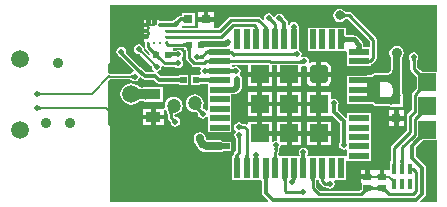
<source format=gbl>
G04*
G04 #@! TF.GenerationSoftware,Altium Limited,Altium Designer,19.1.5 (86)*
G04*
G04 Layer_Physical_Order=2*
G04 Layer_Color=16711680*
%FSAX25Y25*%
%MOIN*%
G70*
G01*
G75*
%ADD10C,0.00984*%
%ADD12C,0.00787*%
%ADD13C,0.01000*%
%ADD14C,0.01575*%
%ADD18R,0.02520X0.02362*%
%ADD20R,0.01968X0.02362*%
%ADD28R,0.03150X0.03150*%
%ADD31R,0.03150X0.03150*%
%ADD53C,0.02953*%
%ADD54C,0.02756*%
%ADD55C,0.00600*%
%ADD56C,0.01181*%
%ADD57C,0.01968*%
%ADD58C,0.02362*%
%ADD59C,0.05906*%
%ADD60C,0.03150*%
%ADD61C,0.03543*%
%ADD62C,0.01968*%
%ADD63C,0.02756*%
%ADD64R,0.05906X0.05906*%
%ADD65R,0.05118X0.03543*%
%ADD66R,0.01083X0.00984*%
%ADD67R,0.00984X0.01083*%
%ADD68R,0.00394X0.00394*%
%ADD69R,0.01575X0.03543*%
%ADD70C,0.04724*%
%ADD71R,0.05906X0.05906*%
G04:AMPARAMS|DCode=72|XSize=59.06mil|YSize=59.06mil|CornerRadius=5.91mil|HoleSize=0mil|Usage=FLASHONLY|Rotation=180.000|XOffset=0mil|YOffset=0mil|HoleType=Round|Shape=RoundedRectangle|*
%AMROUNDEDRECTD72*
21,1,0.05906,0.04724,0,0,180.0*
21,1,0.04724,0.05906,0,0,180.0*
1,1,0.01181,-0.02362,0.02362*
1,1,0.01181,0.02362,0.02362*
1,1,0.01181,0.02362,-0.02362*
1,1,0.01181,-0.02362,-0.02362*
%
%ADD72ROUNDEDRECTD72*%
%ADD73R,0.01968X0.06693*%
%ADD74R,0.06693X0.01968*%
G36*
X0167295Y0178621D02*
X0167307Y0178586D01*
X0167327Y0178544D01*
X0167356Y0178498D01*
X0167393Y0178446D01*
X0167490Y0178326D01*
X0167621Y0178184D01*
X0167699Y0178105D01*
X0166864Y0177269D01*
X0166785Y0177347D01*
X0166523Y0177576D01*
X0166471Y0177613D01*
X0166424Y0177641D01*
X0166383Y0177661D01*
X0166347Y0177673D01*
X0166317Y0177677D01*
X0167291Y0178652D01*
X0167295Y0178621D01*
D02*
G37*
G36*
X0163751Y0178556D02*
X0163762Y0178498D01*
X0163781Y0178437D01*
X0163808Y0178374D01*
X0163843Y0178309D01*
X0163885Y0178241D01*
X0163935Y0178172D01*
X0163993Y0178100D01*
X0164132Y0177950D01*
X0163436Y0177254D01*
X0163360Y0177327D01*
X0163214Y0177451D01*
X0163144Y0177501D01*
X0163077Y0177543D01*
X0163012Y0177578D01*
X0162949Y0177604D01*
X0162888Y0177623D01*
X0162830Y0177635D01*
X0162774Y0177638D01*
X0163748Y0178612D01*
X0163751Y0178556D01*
D02*
G37*
G36*
X0134363Y0177193D02*
X0134352Y0177277D01*
X0134321Y0177353D01*
X0134268Y0177420D01*
X0134195Y0177478D01*
X0134101Y0177526D01*
X0133985Y0177567D01*
X0133849Y0177598D01*
X0133692Y0177620D01*
X0133514Y0177633D01*
X0133315Y0177638D01*
Y0178819D01*
X0133514Y0178823D01*
X0133692Y0178837D01*
X0133849Y0178859D01*
X0133985Y0178890D01*
X0134101Y0178930D01*
X0134195Y0178979D01*
X0134268Y0179037D01*
X0134321Y0179104D01*
X0134352Y0179179D01*
X0134363Y0179264D01*
Y0177193D01*
D02*
G37*
G36*
X0133132Y0177210D02*
X0133054Y0177131D01*
X0132826Y0176869D01*
X0132789Y0176817D01*
X0132761Y0176770D01*
X0132740Y0176729D01*
X0132728Y0176694D01*
X0132724Y0176663D01*
X0131750Y0177638D01*
X0131780Y0177642D01*
X0131816Y0177654D01*
X0131857Y0177674D01*
X0131904Y0177702D01*
X0131956Y0177739D01*
X0132076Y0177837D01*
X0132218Y0177968D01*
X0132297Y0178045D01*
X0133132Y0177210D01*
D02*
G37*
G36*
X0131295Y0175776D02*
X0130764Y0175748D01*
X0130205Y0176929D01*
X0130315Y0176931D01*
X0130585Y0176953D01*
X0130655Y0176967D01*
X0130715Y0176984D01*
X0130764Y0177004D01*
X0130804Y0177027D01*
X0130834Y0177052D01*
X0130854Y0177081D01*
X0131295Y0175776D01*
D02*
G37*
G36*
X0168555Y0175807D02*
X0168586Y0175429D01*
X0168612Y0175275D01*
X0168647Y0175145D01*
X0168689Y0175039D01*
X0168738Y0174957D01*
X0168796Y0174897D01*
X0168860Y0174862D01*
X0168933Y0174850D01*
X0166988D01*
X0167061Y0174862D01*
X0167126Y0174897D01*
X0167183Y0174957D01*
X0167233Y0175039D01*
X0167275Y0175145D01*
X0167309Y0175275D01*
X0167336Y0175429D01*
X0167355Y0175606D01*
X0167370Y0176031D01*
X0168551D01*
X0168555Y0175807D01*
D02*
G37*
G36*
X0165308Y0175647D02*
X0165322Y0175480D01*
X0165346Y0175332D01*
X0165380Y0175205D01*
X0165423Y0175096D01*
X0165476Y0175008D01*
X0165538Y0174939D01*
X0165610Y0174890D01*
X0165692Y0174860D01*
X0165783Y0174850D01*
X0163839D01*
X0163930Y0174860D01*
X0164012Y0174890D01*
X0164084Y0174939D01*
X0164146Y0175008D01*
X0164199Y0175096D01*
X0164242Y0175205D01*
X0164276Y0175332D01*
X0164300Y0175480D01*
X0164314Y0175647D01*
X0164319Y0175834D01*
X0165303D01*
X0165308Y0175647D01*
D02*
G37*
G36*
X0162156Y0175450D02*
X0162176Y0175213D01*
X0162193Y0175117D01*
X0162216Y0175035D01*
X0162243Y0174969D01*
X0162275Y0174917D01*
X0162312Y0174880D01*
X0162355Y0174858D01*
X0162402Y0174850D01*
X0160921D01*
X0160968Y0174858D01*
X0161010Y0174880D01*
X0161048Y0174917D01*
X0161080Y0174969D01*
X0161107Y0175035D01*
X0161130Y0175117D01*
X0161147Y0175213D01*
X0161159Y0175324D01*
X0161169Y0175591D01*
X0162153D01*
X0162156Y0175450D01*
D02*
G37*
G36*
X0159006Y0175450D02*
X0159026Y0175213D01*
X0159044Y0175117D01*
X0159066Y0175035D01*
X0159093Y0174969D01*
X0159126Y0174917D01*
X0159163Y0174880D01*
X0159205Y0174858D01*
X0159252Y0174850D01*
X0157771D01*
X0157819Y0174858D01*
X0157861Y0174880D01*
X0157898Y0174917D01*
X0157930Y0174969D01*
X0157958Y0175035D01*
X0157980Y0175117D01*
X0157997Y0175213D01*
X0158010Y0175324D01*
X0158020Y0175591D01*
X0159004D01*
X0159006Y0175450D01*
D02*
G37*
G36*
X0171704Y0175577D02*
X0171728Y0175290D01*
X0171750Y0175173D01*
X0171778Y0175075D01*
X0171790Y0175045D01*
X0171799D01*
X0171793Y0175037D01*
X0171811Y0174994D01*
X0171851Y0174931D01*
X0171897Y0174886D01*
X0171950Y0174859D01*
X0172008Y0174850D01*
X0171729D01*
X0171725Y0174828D01*
X0171710Y0174674D01*
X0171702Y0174481D01*
X0171701Y0174370D01*
X0170520D01*
X0170519Y0174481D01*
X0170495Y0174828D01*
X0170491Y0174850D01*
X0170212D01*
X0170271Y0174859D01*
X0170323Y0174886D01*
X0170369Y0174931D01*
X0170409Y0174994D01*
X0170427Y0175037D01*
X0170421Y0175045D01*
X0170431D01*
X0170443Y0175075D01*
X0170470Y0175173D01*
X0170492Y0175290D01*
X0170507Y0175425D01*
X0170517Y0175577D01*
X0170520Y0175748D01*
X0171701D01*
X0171704Y0175577D01*
D02*
G37*
G36*
X0129043Y0170965D02*
Y0169882D01*
X0128059D01*
X0128059Y0170620D01*
X0128404Y0170965D01*
X0129043Y0170965D01*
D02*
G37*
G36*
X0135177Y0168803D02*
X0135167Y0168898D01*
X0135137Y0168983D01*
X0135087Y0169058D01*
X0135017Y0169123D01*
X0134927Y0169178D01*
X0134817Y0169223D01*
X0134687Y0169258D01*
X0134537Y0169283D01*
X0134367Y0169298D01*
X0134177Y0169303D01*
Y0170303D01*
X0134367Y0170308D01*
X0134537Y0170323D01*
X0134687Y0170348D01*
X0134817Y0170383D01*
X0134927Y0170428D01*
X0135017Y0170483D01*
X0135087Y0170548D01*
X0135137Y0170623D01*
X0135167Y0170708D01*
X0135177Y0170803D01*
Y0168803D01*
D02*
G37*
G36*
X0143027Y0169153D02*
X0142653Y0169148D01*
X0141768Y0169070D01*
X0141551Y0169024D01*
X0141374Y0168966D01*
X0141236Y0168899D01*
X0141138Y0168821D01*
X0141079Y0168733D01*
X0141059Y0168634D01*
Y0170972D01*
X0141079Y0171001D01*
X0141138Y0171026D01*
X0141236Y0171049D01*
X0141374Y0171068D01*
X0141768Y0171098D01*
X0143027Y0171122D01*
Y0169153D01*
D02*
G37*
G36*
X0137032Y0168624D02*
X0136952Y0168594D01*
X0136881Y0168544D01*
X0136820Y0168474D01*
X0136768Y0168384D01*
X0136725Y0168274D01*
X0136692Y0168144D01*
X0136669Y0167994D01*
X0136654Y0167824D01*
X0136650Y0167634D01*
X0135650D01*
X0135645Y0167824D01*
X0135631Y0167994D01*
X0135607Y0168144D01*
X0135574Y0168274D01*
X0135531Y0168384D01*
X0135480Y0168474D01*
X0135418Y0168544D01*
X0135347Y0168594D01*
X0135267Y0168624D01*
X0135177Y0168634D01*
X0137122D01*
X0137032Y0168624D01*
D02*
G37*
G36*
X0120404Y0168176D02*
X0120414Y0168095D01*
X0120431Y0168015D01*
X0120456Y0167937D01*
X0120487Y0167859D01*
X0120525Y0167783D01*
X0120571Y0167708D01*
X0120624Y0167634D01*
X0120684Y0167562D01*
X0120751Y0167491D01*
X0120194Y0166934D01*
X0120123Y0167001D01*
X0120051Y0167061D01*
X0119977Y0167114D01*
X0119902Y0167160D01*
X0119826Y0167198D01*
X0119748Y0167229D01*
X0119670Y0167254D01*
X0119590Y0167271D01*
X0119509Y0167281D01*
X0119427Y0167283D01*
X0120402Y0168258D01*
X0120404Y0168176D01*
D02*
G37*
G36*
X0143012Y0166410D02*
X0143002Y0166496D01*
X0142972Y0166573D01*
X0142922Y0166640D01*
X0142852Y0166699D01*
X0142762Y0166749D01*
X0142652Y0166790D01*
X0142522Y0166822D01*
X0142372Y0166844D01*
X0142202Y0166858D01*
X0142012Y0166862D01*
Y0167862D01*
X0142202Y0167867D01*
X0142372Y0167882D01*
X0142522Y0167906D01*
X0142652Y0167941D01*
X0142762Y0167985D01*
X0142852Y0168039D01*
X0142922Y0168103D01*
X0142972Y0168177D01*
X0143002Y0168261D01*
X0143012Y0168354D01*
Y0166410D01*
D02*
G37*
G36*
X0114448Y0167158D02*
X0114451Y0167118D01*
X0114464Y0167073D01*
X0114486Y0167024D01*
X0114517Y0166969D01*
X0114558Y0166910D01*
X0114607Y0166846D01*
X0114733Y0166702D01*
X0114810Y0166623D01*
X0113642Y0166121D01*
X0113243Y0166534D01*
X0114453Y0167192D01*
X0114448Y0167158D01*
D02*
G37*
G36*
X0124171Y0168165D02*
X0124550Y0167842D01*
X0124716Y0167726D01*
X0124865Y0167641D01*
X0124999Y0167585D01*
X0125116Y0167560D01*
X0125217Y0167565D01*
X0125302Y0167600D01*
X0125371Y0167665D01*
X0124154Y0166054D01*
X0124201Y0166141D01*
X0124223Y0166240D01*
X0124218Y0166350D01*
X0124187Y0166474D01*
X0124129Y0166609D01*
X0124045Y0166756D01*
X0123935Y0166916D01*
X0123799Y0167088D01*
X0123636Y0167272D01*
X0123447Y0167468D01*
X0123957Y0168372D01*
X0124171Y0168165D01*
D02*
G37*
G36*
X0171392Y0165886D02*
X0171351Y0165922D01*
X0171303Y0165954D01*
X0171248Y0165982D01*
X0171185Y0166007D01*
X0171115Y0166028D01*
X0171038Y0166045D01*
X0170953Y0166058D01*
X0170862Y0166067D01*
X0170656Y0166075D01*
Y0167075D01*
X0170763Y0167077D01*
X0170953Y0167092D01*
X0171038Y0167105D01*
X0171115Y0167122D01*
X0171185Y0167143D01*
X0171248Y0167167D01*
X0171303Y0167196D01*
X0171351Y0167228D01*
X0171392Y0167264D01*
Y0165886D01*
D02*
G37*
G36*
X0131903Y0165847D02*
X0131879Y0165865D01*
X0131845Y0165882D01*
X0131802Y0165897D01*
X0131749Y0165909D01*
X0131686Y0165920D01*
X0131532Y0165936D01*
X0131339Y0165944D01*
X0131228Y0165945D01*
Y0167126D01*
X0131339Y0167127D01*
X0131686Y0167151D01*
X0131749Y0167161D01*
X0131802Y0167174D01*
X0131845Y0167189D01*
X0131879Y0167206D01*
X0131903Y0167224D01*
Y0165847D01*
D02*
G37*
G36*
X0130047Y0167563D02*
X0130082Y0167471D01*
X0130142Y0167390D01*
X0130224Y0167320D01*
X0130331Y0167261D01*
X0130460Y0167212D01*
X0130614Y0167174D01*
X0130791Y0167148D01*
X0130992Y0167131D01*
X0131216Y0167126D01*
Y0165945D01*
X0130990Y0165939D01*
X0130788Y0165921D01*
X0130609Y0165892D01*
X0130454Y0165850D01*
X0130323Y0165797D01*
X0130216Y0165732D01*
X0130132Y0165656D01*
X0130072Y0165567D01*
X0130036Y0165466D01*
X0130023Y0165354D01*
X0130035Y0167665D01*
X0130047Y0167563D01*
D02*
G37*
G36*
X0139708Y0166366D02*
X0139738Y0166350D01*
X0139778Y0166335D01*
X0139828Y0166322D01*
X0139889Y0166312D01*
X0140040Y0166296D01*
X0140232Y0166288D01*
X0140344Y0166287D01*
Y0165287D01*
X0140232Y0165286D01*
X0139889Y0165263D01*
X0139828Y0165252D01*
X0139778Y0165240D01*
X0139738Y0165225D01*
X0139708Y0165209D01*
X0139688Y0165190D01*
Y0166385D01*
X0139708Y0166366D01*
D02*
G37*
G36*
X0126038Y0166806D02*
X0126015Y0166709D01*
X0126020Y0166600D01*
X0126052Y0166478D01*
X0126111Y0166343D01*
X0126196Y0166195D01*
X0126308Y0166035D01*
X0126447Y0165861D01*
X0126805Y0165475D01*
X0126246Y0164620D01*
X0126033Y0164826D01*
X0125655Y0165148D01*
X0125490Y0165264D01*
X0125341Y0165351D01*
X0125207Y0165408D01*
X0125090Y0165436D01*
X0124988Y0165433D01*
X0124902Y0165401D01*
X0124832Y0165339D01*
X0126086Y0166889D01*
X0126038Y0166806D01*
D02*
G37*
G36*
X0211724Y0164886D02*
X0211691Y0164838D01*
X0211663Y0164783D01*
X0211639Y0164720D01*
X0211618Y0164650D01*
X0211601Y0164573D01*
X0211588Y0164489D01*
X0211578Y0164397D01*
X0211571Y0164191D01*
X0210571D01*
X0210569Y0164298D01*
X0210554Y0164489D01*
X0210540Y0164573D01*
X0210523Y0164650D01*
X0210503Y0164720D01*
X0210478Y0164783D01*
X0210450Y0164838D01*
X0210418Y0164886D01*
X0210382Y0164927D01*
X0211760D01*
X0211724Y0164886D01*
D02*
G37*
G36*
X0173973Y0163469D02*
X0173932Y0163498D01*
X0173883Y0163524D01*
X0173827Y0163547D01*
X0173764Y0163567D01*
X0173694Y0163584D01*
X0173616Y0163598D01*
X0173438Y0163616D01*
X0173339Y0163620D01*
X0173232Y0163622D01*
X0173100Y0164622D01*
X0173206Y0164624D01*
X0173396Y0164641D01*
X0173479Y0164657D01*
X0173555Y0164676D01*
X0173623Y0164700D01*
X0173683Y0164728D01*
X0173736Y0164760D01*
X0173781Y0164797D01*
X0173819Y0164838D01*
X0173973Y0163469D01*
D02*
G37*
G36*
X0149691Y0165115D02*
X0149721Y0165034D01*
X0149771Y0164964D01*
X0149841Y0164902D01*
X0149931Y0164850D01*
X0150041Y0164808D01*
X0150171Y0164775D01*
X0150321Y0164751D01*
X0150491Y0164737D01*
X0150681Y0164732D01*
Y0163732D01*
X0150491Y0163728D01*
X0150321Y0163713D01*
X0150171Y0163690D01*
X0150041Y0163657D01*
X0149931Y0163614D01*
X0149841Y0163562D01*
X0149771Y0163501D01*
X0149721Y0163430D01*
X0149691Y0163350D01*
X0149681Y0163260D01*
Y0165205D01*
X0149691Y0165115D01*
D02*
G37*
G36*
X0143012Y0163260D02*
X0143002Y0163350D01*
X0142972Y0163430D01*
X0142922Y0163501D01*
X0142852Y0163562D01*
X0142762Y0163614D01*
X0142652Y0163657D01*
X0142522Y0163690D01*
X0142372Y0163713D01*
X0142202Y0163728D01*
X0142012Y0163732D01*
Y0164732D01*
X0142202Y0164737D01*
X0142372Y0164751D01*
X0142522Y0164775D01*
X0142652Y0164808D01*
X0142762Y0164850D01*
X0142852Y0164902D01*
X0142922Y0164964D01*
X0142972Y0165034D01*
X0143002Y0165115D01*
X0143012Y0165205D01*
Y0163260D01*
D02*
G37*
G36*
X0131864Y0162854D02*
X0131823Y0162890D01*
X0131775Y0162922D01*
X0131720Y0162951D01*
X0131657Y0162975D01*
X0131588Y0162996D01*
X0131510Y0163013D01*
X0131426Y0163026D01*
X0131334Y0163036D01*
X0131129Y0163043D01*
Y0164043D01*
X0131235Y0164045D01*
X0131426Y0164060D01*
X0131510Y0164074D01*
X0131588Y0164091D01*
X0131657Y0164111D01*
X0131720Y0164136D01*
X0131775Y0164164D01*
X0131823Y0164196D01*
X0131864Y0164232D01*
Y0162854D01*
D02*
G37*
G36*
X0124617Y0163629D02*
X0124690Y0163569D01*
X0124763Y0163516D01*
X0124838Y0163470D01*
X0124915Y0163432D01*
X0124992Y0163400D01*
X0125070Y0163376D01*
X0125150Y0163359D01*
X0125231Y0163349D01*
X0125313Y0163346D01*
X0124339Y0162372D01*
X0124336Y0162454D01*
X0124326Y0162535D01*
X0124309Y0162615D01*
X0124285Y0162693D01*
X0124253Y0162771D01*
X0124215Y0162847D01*
X0124169Y0162922D01*
X0124116Y0162995D01*
X0124056Y0163068D01*
X0123989Y0163139D01*
X0124546Y0163696D01*
X0124617Y0163629D01*
D02*
G37*
G36*
X0143012Y0160071D02*
X0143000Y0160144D01*
X0142965Y0160208D01*
X0142906Y0160266D01*
X0142823Y0160315D01*
X0142717Y0160357D01*
X0142587Y0160392D01*
X0142433Y0160418D01*
X0142356Y0160427D01*
X0142314Y0160424D01*
X0142262Y0160413D01*
X0142219Y0160401D01*
X0142187Y0160388D01*
X0142164Y0160372D01*
X0142168Y0160441D01*
X0141831Y0160453D01*
Y0161634D01*
X0142055Y0161638D01*
X0142241Y0161653D01*
X0142247Y0161748D01*
X0142271Y0161726D01*
X0142306Y0161707D01*
X0142349Y0161690D01*
X0142403Y0161675D01*
X0142435Y0161669D01*
X0142587Y0161695D01*
X0142717Y0161729D01*
X0142823Y0161771D01*
X0142906Y0161821D01*
X0142965Y0161878D01*
X0143000Y0161943D01*
X0143012Y0162016D01*
Y0160071D01*
D02*
G37*
G36*
X0218798Y0183003D02*
X0218798Y0160797D01*
X0214261D01*
X0214212Y0160826D01*
X0214161Y0160814D01*
X0214111Y0160834D01*
X0214021Y0160797D01*
X0213819D01*
X0213780Y0160819D01*
X0213666Y0160898D01*
X0213338Y0161176D01*
X0213148Y0161359D01*
X0213083Y0161385D01*
X0212192Y0162276D01*
Y0164108D01*
X0212220Y0164168D01*
X0212226Y0164352D01*
X0212232Y0164405D01*
X0212239Y0164453D01*
X0212247Y0164488D01*
X0212253Y0164509D01*
X0212254Y0164512D01*
X0212263Y0164525D01*
X0212265Y0164533D01*
X0212269Y0164542D01*
X0212271Y0164565D01*
X0212274Y0164576D01*
X0212275Y0164581D01*
X0212563Y0165012D01*
X0212686Y0165630D01*
X0212563Y0166248D01*
X0212213Y0166772D01*
X0211689Y0167122D01*
X0211071Y0167245D01*
X0210452Y0167122D01*
X0209928Y0166772D01*
X0209578Y0166248D01*
X0209455Y0165630D01*
X0209578Y0165012D01*
X0209866Y0164581D01*
X0209868Y0164576D01*
X0209870Y0164565D01*
X0209872Y0164542D01*
X0209876Y0164533D01*
X0209878Y0164525D01*
X0209887Y0164512D01*
X0209888Y0164509D01*
X0209894Y0164488D01*
X0209902Y0164453D01*
X0209908Y0164413D01*
X0209920Y0164267D01*
X0209921Y0164180D01*
X0209949Y0164116D01*
Y0161811D01*
X0209949Y0161811D01*
X0210034Y0161382D01*
X0210278Y0161018D01*
X0211491Y0159805D01*
X0211514Y0159743D01*
X0211865Y0159365D01*
X0211978Y0159223D01*
X0212063Y0159102D01*
X0212085Y0159063D01*
Y0158861D01*
X0212048Y0158771D01*
X0212068Y0158721D01*
X0212055Y0158669D01*
X0212085Y0158621D01*
Y0155867D01*
X0212055Y0155819D01*
X0212068Y0155767D01*
X0212048Y0155718D01*
X0212085Y0155627D01*
Y0155425D01*
X0212063Y0155386D01*
X0211983Y0155272D01*
X0211706Y0154944D01*
X0211523Y0154754D01*
X0211497Y0154690D01*
X0210671Y0153864D01*
X0210428Y0153500D01*
X0210343Y0153071D01*
X0210343Y0153071D01*
Y0147984D01*
X0208979Y0146620D01*
X0208735Y0146256D01*
X0208650Y0145827D01*
X0208650Y0145827D01*
Y0141134D01*
X0203782Y0136266D01*
X0203539Y0135902D01*
X0203453Y0135472D01*
X0203453Y0135472D01*
Y0131305D01*
X0203426Y0131244D01*
X0203415Y0130904D01*
X0203409Y0130836D01*
X0203187D01*
Y0130315D01*
X0203150Y0130224D01*
X0203174Y0130165D01*
X0203162Y0130102D01*
X0203187Y0130063D01*
Y0127883D01*
X0202701Y0127850D01*
Y0127850D01*
X0201228D01*
Y0125669D01*
X0199654D01*
Y0127850D01*
X0198181D01*
Y0127850D01*
X0197858Y0127929D01*
X0197858Y0127929D01*
X0197714Y0127929D01*
X0196386D01*
Y0125748D01*
X0195598D01*
Y0124961D01*
X0193339D01*
Y0123567D01*
X0193739D01*
Y0122243D01*
X0193705Y0122180D01*
X0193720Y0122127D01*
X0193702Y0122076D01*
X0193739Y0122000D01*
Y0121821D01*
X0193727Y0121802D01*
X0193649Y0121689D01*
X0193371Y0121362D01*
X0193188Y0121172D01*
X0193175Y0121141D01*
X0193147Y0121125D01*
X0193133Y0121078D01*
X0193110Y0121054D01*
X0179859D01*
X0178554Y0122359D01*
Y0124185D01*
X0178582Y0124247D01*
X0178587Y0124415D01*
X0178597Y0124538D01*
X0178612Y0124631D01*
X0178614Y0124636D01*
X0179418D01*
X0179419Y0124631D01*
X0179434Y0124538D01*
X0179445Y0124415D01*
X0179449Y0124247D01*
X0179504Y0124124D01*
X0179562Y0123834D01*
X0179803Y0123472D01*
X0180756Y0122520D01*
X0180756Y0122520D01*
X0181117Y0122278D01*
X0181543Y0122194D01*
X0181543Y0122194D01*
X0181651D01*
X0181715Y0122166D01*
X0181803Y0122164D01*
X0181955Y0122153D01*
X0182000Y0122147D01*
X0182040Y0122139D01*
X0182067Y0122132D01*
X0182076Y0122129D01*
X0182080Y0122125D01*
X0182087Y0122124D01*
X0182102Y0122115D01*
X0182111Y0122113D01*
X0182112Y0122113D01*
X0182115Y0122113D01*
X0182142Y0122109D01*
X0182200Y0122094D01*
X0182500Y0121894D01*
X0183118Y0121771D01*
X0183736Y0121894D01*
X0184260Y0122244D01*
X0184610Y0122768D01*
X0184733Y0123386D01*
X0184610Y0124004D01*
X0184522Y0124136D01*
X0184789Y0124636D01*
X0185324D01*
Y0124636D01*
X0188482D01*
Y0130850D01*
X0188857Y0131152D01*
X0188982Y0131152D01*
X0196750D01*
Y0134262D01*
Y0136951D01*
X0196750Y0137431D01*
X0196750D01*
Y0137451D01*
X0196750D01*
Y0140561D01*
Y0143711D01*
Y0146879D01*
X0188857D01*
Y0145518D01*
X0188357Y0145311D01*
X0185670Y0147997D01*
Y0148752D01*
X0185696Y0148813D01*
X0185697Y0148913D01*
X0185704Y0149076D01*
X0185715Y0149188D01*
X0185719Y0149208D01*
X0185720Y0149212D01*
X0185725Y0149227D01*
X0185724Y0149232D01*
X0185727Y0149240D01*
X0185726Y0149245D01*
X0185949Y0149579D01*
X0186072Y0150197D01*
X0185949Y0150815D01*
X0185599Y0151339D01*
X0185075Y0151689D01*
X0184457Y0151812D01*
X0183862Y0151694D01*
X0183774Y0151689D01*
X0183362Y0151946D01*
Y0153992D01*
X0180197D01*
Y0152980D01*
X0180197D01*
X0180197D01*
Y0150039D01*
Y0146087D01*
X0183362D01*
Y0146165D01*
X0183862Y0146372D01*
X0186485Y0143749D01*
Y0137837D01*
X0186459Y0137778D01*
X0186460Y0137775D01*
X0186459Y0137772D01*
X0186458Y0137672D01*
X0186451Y0137511D01*
X0186439Y0137400D01*
X0186436Y0137382D01*
X0186436Y0137380D01*
X0186430Y0137365D01*
X0186431Y0137360D01*
X0186428Y0137350D01*
X0186428Y0137349D01*
X0186193Y0136996D01*
X0186070Y0136378D01*
X0186193Y0135760D01*
X0186543Y0135236D01*
X0187067Y0134886D01*
X0187685Y0134763D01*
X0188303Y0134886D01*
X0188357Y0134921D01*
X0188857Y0134654D01*
Y0132831D01*
X0188482Y0132529D01*
X0188357Y0132529D01*
X0185313D01*
Y0132529D01*
X0182175D01*
Y0132529D01*
X0175857D01*
X0175665Y0132728D01*
X0175572Y0133029D01*
X0175792Y0133358D01*
X0175915Y0133976D01*
X0175792Y0134595D01*
X0175441Y0135119D01*
X0174917Y0135469D01*
X0174299Y0135592D01*
X0173681Y0135469D01*
X0173157Y0135119D01*
X0172807Y0134595D01*
X0172684Y0133976D01*
X0172807Y0133358D01*
X0173027Y0133029D01*
X0172932Y0132723D01*
X0172726Y0132529D01*
X0166427D01*
Y0132533D01*
X0166015D01*
X0166014Y0132538D01*
X0165999Y0132631D01*
X0165988Y0132755D01*
X0165984Y0132922D01*
X0165956Y0132985D01*
Y0133745D01*
X0166115Y0133983D01*
X0166200Y0134409D01*
X0166200Y0134409D01*
Y0134653D01*
X0166228Y0134713D01*
X0166235Y0134896D01*
X0166240Y0134948D01*
X0166248Y0134995D01*
X0166256Y0135029D01*
X0166262Y0135050D01*
X0166264Y0135055D01*
X0166275Y0135071D01*
X0166277Y0135080D01*
X0166280Y0135085D01*
X0166281Y0135099D01*
X0166284Y0135112D01*
X0166290Y0135131D01*
X0166579Y0135563D01*
X0166702Y0136181D01*
X0166754Y0136244D01*
X0168780D01*
Y0139409D01*
X0165614D01*
Y0138085D01*
X0165228Y0137768D01*
X0165087Y0137796D01*
X0164469Y0137673D01*
X0164177Y0137479D01*
X0163677Y0137746D01*
Y0139409D01*
X0159724D01*
Y0140197D01*
X0158937D01*
Y0144150D01*
X0155772D01*
Y0143348D01*
X0155272Y0143158D01*
X0155040Y0143312D01*
X0154614Y0143397D01*
X0154331D01*
X0154271Y0143424D01*
X0154088Y0143432D01*
X0154037Y0143437D01*
X0153990Y0143445D01*
X0153955Y0143453D01*
X0153934Y0143459D01*
X0153930Y0143461D01*
X0153913Y0143472D01*
X0153904Y0143474D01*
X0153899Y0143477D01*
X0153885Y0143478D01*
X0153872Y0143481D01*
X0153853Y0143487D01*
X0153421Y0143776D01*
X0152803Y0143899D01*
X0152185Y0143776D01*
X0151661Y0143426D01*
X0151311Y0142902D01*
X0151188Y0142283D01*
X0151311Y0141665D01*
X0151661Y0141141D01*
X0151700Y0141115D01*
Y0140827D01*
X0151350Y0140303D01*
X0151227Y0139685D01*
X0151350Y0139067D01*
X0151639Y0138635D01*
X0151645Y0138616D01*
X0151648Y0138603D01*
X0151649Y0138589D01*
X0151652Y0138584D01*
X0151654Y0138575D01*
X0151665Y0138558D01*
X0151667Y0138554D01*
X0151673Y0138533D01*
X0151681Y0138498D01*
X0151687Y0138459D01*
X0151699Y0138315D01*
X0151701Y0138230D01*
X0151729Y0138166D01*
Y0134319D01*
X0151268Y0133858D01*
X0151026Y0133497D01*
X0150942Y0133071D01*
Y0132981D01*
X0150914Y0132918D01*
X0150909Y0132750D01*
X0150899Y0132627D01*
X0150884Y0132534D01*
X0150882Y0132529D01*
X0150471D01*
Y0132008D01*
X0150433Y0131917D01*
X0150448Y0131883D01*
X0150437Y0131848D01*
X0150471Y0131786D01*
Y0124636D01*
X0153639D01*
Y0124636D01*
X0153782Y0124636D01*
Y0124636D01*
X0156459D01*
X0156950Y0124636D01*
Y0124636D01*
X0156959Y0124636D01*
Y0124636D01*
X0160127D01*
X0160449Y0124269D01*
X0160450Y0124264D01*
X0160453Y0124060D01*
X0160479Y0124000D01*
Y0120402D01*
X0160479Y0120402D01*
X0160571Y0119937D01*
X0160835Y0119543D01*
X0162604Y0117774D01*
X0162412Y0117312D01*
X0109801Y0117312D01*
X0109801Y0139528D01*
Y0142283D01*
X0109723Y0142671D01*
X0109504Y0143000D01*
X0109181Y0143215D01*
Y0147188D01*
X0109108Y0147345D01*
X0109062Y0147426D01*
X0109014Y0147502D01*
X0108963Y0147573D01*
X0108910Y0147638D01*
X0108854Y0147698D01*
X0109146Y0148255D01*
X0109181Y0148223D01*
Y0157521D01*
X0109876Y0158216D01*
X0116416D01*
X0116483Y0158185D01*
X0116542Y0158182D01*
X0116571Y0158178D01*
X0116600Y0158172D01*
X0116630Y0158162D01*
X0116663Y0158149D01*
X0116698Y0158130D01*
X0116737Y0158106D01*
X0116779Y0158075D01*
X0116824Y0158036D01*
X0116886Y0157977D01*
X0116966Y0157945D01*
X0117421Y0157641D01*
X0118039Y0157519D01*
X0118658Y0157641D01*
X0119182Y0157992D01*
X0119532Y0158516D01*
X0119565Y0158684D01*
X0120108Y0158848D01*
X0120483Y0158472D01*
X0120483Y0158472D01*
X0120877Y0158209D01*
X0121342Y0158117D01*
X0124308D01*
X0125252Y0157173D01*
X0125252Y0157173D01*
X0125646Y0156910D01*
X0126110Y0156818D01*
X0132150D01*
X0132208Y0156792D01*
X0132413Y0156786D01*
X0132569Y0156773D01*
X0132692Y0156753D01*
X0132776Y0156731D01*
X0132794Y0156724D01*
Y0156250D01*
X0133315D01*
X0133406Y0156213D01*
X0133440Y0156227D01*
X0133475Y0156217D01*
X0133537Y0156250D01*
X0135962D01*
Y0159813D01*
X0133537D01*
X0133475Y0159846D01*
X0133440Y0159836D01*
X0133406Y0159850D01*
X0133315Y0159813D01*
X0132794D01*
Y0159339D01*
X0132776Y0159332D01*
X0132692Y0159310D01*
X0132569Y0159290D01*
X0132413Y0159276D01*
X0132208Y0159271D01*
X0132150Y0159245D01*
X0126613D01*
X0125669Y0160189D01*
X0125534Y0160279D01*
X0125640Y0160810D01*
X0125941Y0160870D01*
X0126465Y0161220D01*
X0126815Y0161744D01*
X0126938Y0162362D01*
X0126937Y0162367D01*
X0127391Y0162647D01*
X0127601Y0162507D01*
X0128030Y0162422D01*
X0128030Y0162422D01*
X0131045D01*
X0131105Y0162394D01*
X0131289Y0162387D01*
X0131342Y0162382D01*
X0131390Y0162374D01*
X0131425Y0162367D01*
X0131446Y0162361D01*
X0131449Y0162359D01*
X0131462Y0162350D01*
X0131470Y0162349D01*
X0131479Y0162344D01*
X0131502Y0162343D01*
X0131513Y0162340D01*
X0131518Y0162338D01*
X0131949Y0162051D01*
X0132567Y0161928D01*
X0133185Y0162051D01*
X0133709Y0162401D01*
X0134059Y0162925D01*
X0134182Y0163543D01*
X0134059Y0164161D01*
X0133709Y0164685D01*
X0133649Y0164725D01*
Y0165327D01*
X0133748Y0165393D01*
X0134099Y0165917D01*
X0134222Y0166535D01*
X0134099Y0167154D01*
X0133748Y0167678D01*
X0133224Y0168028D01*
X0132606Y0168151D01*
X0131988Y0168028D01*
X0131655Y0167805D01*
X0131650Y0167806D01*
X0131641Y0167804D01*
X0131636Y0167804D01*
X0131621Y0167799D01*
X0131617Y0167798D01*
X0131609Y0167796D01*
X0131314Y0167776D01*
X0131225Y0167775D01*
X0131026Y0167780D01*
X0130866Y0167793D01*
X0130741Y0167812D01*
X0130667Y0168269D01*
X0130971Y0168682D01*
X0134098D01*
X0134160Y0168654D01*
X0134330Y0168649D01*
X0134455Y0168638D01*
X0134531Y0168626D01*
X0134565Y0168544D01*
Y0168022D01*
X0134968D01*
X0134970Y0168013D01*
X0134985Y0167917D01*
X0134996Y0167789D01*
X0135000Y0167618D01*
X0135028Y0167555D01*
Y0165331D01*
X0135028Y0165331D01*
X0135113Y0164901D01*
X0135356Y0164538D01*
X0137171Y0162723D01*
X0137171Y0162723D01*
X0137535Y0162480D01*
X0137964Y0162394D01*
X0137964Y0162394D01*
X0139860D01*
X0140128Y0161894D01*
X0140012Y0161721D01*
X0139889Y0161102D01*
X0140012Y0160484D01*
X0140213Y0160182D01*
X0139859Y0159813D01*
X0136731D01*
Y0156250D01*
X0139148D01*
X0139204Y0156218D01*
X0139246Y0156230D01*
X0139287Y0156213D01*
X0139378Y0156250D01*
X0139899D01*
Y0156642D01*
X0139969Y0156657D01*
X0140284Y0156689D01*
X0140482Y0156693D01*
X0140541Y0156719D01*
X0141751D01*
X0141808Y0156693D01*
X0142209Y0156679D01*
X0142343Y0156665D01*
X0142400Y0156655D01*
Y0153679D01*
X0142400Y0153199D01*
X0142400D01*
Y0153179D01*
X0142400D01*
Y0150049D01*
X0142392D01*
Y0147878D01*
X0141892Y0147726D01*
X0141819Y0147835D01*
X0141295Y0148185D01*
X0141068Y0148230D01*
X0141026Y0148260D01*
X0140992Y0148290D01*
X0140975Y0148296D01*
X0140971Y0148299D01*
X0140964Y0148301D01*
X0140948Y0148310D01*
X0140919Y0148328D01*
X0140891Y0148348D01*
X0140769Y0148453D01*
X0140710Y0148524D01*
X0140659Y0148598D01*
X0140627Y0148655D01*
X0140612Y0148689D01*
X0140620Y0148704D01*
X0140624Y0148776D01*
X0140643Y0148822D01*
X0140674Y0148870D01*
X0140670Y0148887D01*
X0140892Y0149424D01*
X0140994Y0150197D01*
X0140892Y0150970D01*
X0140594Y0151691D01*
X0140119Y0152310D01*
X0139500Y0152784D01*
X0138780Y0153083D01*
X0138006Y0153185D01*
X0137233Y0153083D01*
X0136512Y0152784D01*
X0135894Y0152310D01*
X0135419Y0151691D01*
X0135120Y0150970D01*
X0135019Y0150197D01*
X0135120Y0149424D01*
X0135419Y0148703D01*
X0135894Y0148084D01*
X0136512Y0147609D01*
X0137233Y0147311D01*
X0138006Y0147209D01*
X0138276Y0147245D01*
X0138297Y0147231D01*
X0138390Y0147251D01*
X0138481Y0147224D01*
X0138543Y0147231D01*
X0138564Y0147230D01*
X0138595Y0147225D01*
X0138638Y0147212D01*
X0138693Y0147189D01*
X0138761Y0147153D01*
X0138840Y0147102D01*
X0138929Y0147035D01*
X0139003Y0146972D01*
X0139005Y0146970D01*
X0139036Y0146930D01*
X0139056Y0146899D01*
X0139068Y0146879D01*
X0139069Y0146876D01*
X0139073Y0146857D01*
X0139078Y0146848D01*
X0139081Y0146842D01*
X0139089Y0146831D01*
X0139062Y0146693D01*
X0139185Y0146075D01*
X0139535Y0145551D01*
X0140059Y0145201D01*
X0140677Y0145078D01*
X0141295Y0145201D01*
X0141819Y0145551D01*
X0141892Y0145660D01*
X0142392Y0145508D01*
Y0143750D01*
X0142392D01*
Y0140581D01*
X0150285D01*
Y0143731D01*
X0150285D01*
Y0146880D01*
Y0150010D01*
X0150293D01*
Y0153168D01*
X0151209D01*
X0151827Y0153291D01*
X0152351Y0153641D01*
X0153394Y0154684D01*
X0153394Y0154685D01*
X0153744Y0155209D01*
X0153867Y0155827D01*
X0153867Y0155828D01*
Y0158228D01*
X0153744Y0158846D01*
X0153394Y0159370D01*
X0153179Y0159514D01*
X0152898Y0159788D01*
X0153052Y0160155D01*
X0153193Y0160366D01*
X0153316Y0160984D01*
X0153193Y0161602D01*
X0152843Y0162126D01*
X0152319Y0162477D01*
X0151701Y0162600D01*
X0151083Y0162477D01*
X0150833Y0162310D01*
X0150821Y0162309D01*
X0150816Y0162310D01*
X0150812Y0162309D01*
X0150808Y0162310D01*
X0150799Y0162307D01*
X0150787Y0162307D01*
X0150379Y0162572D01*
X0150335Y0162616D01*
X0150485Y0163075D01*
X0150526Y0163079D01*
X0150697Y0163083D01*
X0150759Y0163111D01*
X0155772D01*
Y0160669D01*
X0159724D01*
X0163677D01*
Y0163001D01*
X0165614D01*
Y0160669D01*
X0166638D01*
D01*
D01*
X0169567D01*
X0172496D01*
Y0160669D01*
Y0160669D01*
X0173520D01*
Y0162444D01*
X0173949Y0162722D01*
X0174020Y0162731D01*
X0174594Y0162617D01*
X0175006Y0162699D01*
X0175412Y0162366D01*
X0175440Y0162314D01*
X0175426Y0162244D01*
Y0160669D01*
X0176469D01*
D01*
D01*
X0178622D01*
Y0163866D01*
X0177047D01*
X0176630Y0163783D01*
X0176227Y0164112D01*
X0176197Y0164168D01*
X0176210Y0164232D01*
X0176087Y0164850D01*
X0175737Y0165375D01*
X0175213Y0165725D01*
X0174594Y0165848D01*
X0174013Y0165732D01*
X0173920Y0165781D01*
X0173915Y0165785D01*
X0173612Y0166082D01*
X0173710Y0166575D01*
X0173587Y0167193D01*
X0173237Y0167717D01*
X0172713Y0168067D01*
X0172695Y0168071D01*
Y0175462D01*
X0172695D01*
X0172725Y0175748D01*
X0172684Y0175956D01*
X0172603Y0176366D01*
X0172252Y0176890D01*
X0171728Y0177240D01*
X0171110Y0177363D01*
X0170492Y0177240D01*
X0169968Y0176890D01*
X0169675Y0176451D01*
X0169282Y0176493D01*
X0169175Y0176534D01*
Y0177008D01*
X0169175Y0177008D01*
X0169082Y0177472D01*
X0168819Y0177866D01*
X0168819Y0177866D01*
X0168187Y0178498D01*
X0168162Y0178560D01*
X0168092Y0178632D01*
X0167982Y0178751D01*
X0167910Y0178839D01*
X0167899Y0178855D01*
X0167897Y0178858D01*
X0167890Y0178873D01*
X0167886Y0178876D01*
X0167882Y0178883D01*
X0167878Y0178886D01*
X0167799Y0179279D01*
X0167449Y0179804D01*
X0166925Y0180154D01*
X0166307Y0180277D01*
X0165689Y0180154D01*
X0165165Y0179804D01*
X0164815Y0179279D01*
X0164786Y0179137D01*
X0164277D01*
X0164256Y0179240D01*
X0163906Y0179764D01*
X0163382Y0180114D01*
X0162764Y0180237D01*
X0162146Y0180114D01*
X0161622Y0179764D01*
X0161272Y0179240D01*
X0161149Y0178622D01*
X0161207Y0178327D01*
X0160747Y0178080D01*
X0160047Y0178779D01*
X0159686Y0179021D01*
X0159260Y0179106D01*
X0149983D01*
X0149557Y0179021D01*
X0149195Y0178779D01*
X0145899Y0175484D01*
X0144823D01*
X0144394Y0175654D01*
X0144394Y0175984D01*
Y0177441D01*
X0139244D01*
Y0175654D01*
X0138814Y0175484D01*
X0133963D01*
X0133684Y0175984D01*
X0133727Y0176054D01*
X0133739Y0176054D01*
Y0176054D01*
X0138088D01*
Y0180403D01*
X0133739D01*
Y0179500D01*
X0133731Y0179498D01*
X0133622Y0179483D01*
X0133483Y0179472D01*
X0133300Y0179468D01*
X0133181Y0179416D01*
X0132850Y0179350D01*
X0132457Y0179087D01*
X0132457Y0179087D01*
X0131904Y0178534D01*
X0131842Y0178509D01*
X0131770Y0178438D01*
X0131650Y0178328D01*
X0131563Y0178257D01*
X0131547Y0178245D01*
X0131544Y0178243D01*
X0131529Y0178236D01*
X0131526Y0178233D01*
X0131518Y0178228D01*
X0131516Y0178224D01*
X0131122Y0178146D01*
X0130598Y0177796D01*
X0130464Y0177595D01*
X0130283Y0177580D01*
X0130196Y0177578D01*
X0130135Y0177552D01*
X0126583D01*
X0126106Y0177880D01*
Y0177880D01*
X0125402D01*
Y0176504D01*
X0125369Y0176339D01*
X0124134D01*
Y0175809D01*
X0124126Y0175835D01*
X0124103Y0175858D01*
X0124063Y0175878D01*
X0124008Y0175896D01*
X0123937Y0175911D01*
X0123851Y0175923D01*
X0123669Y0175937D01*
X0123323Y0175911D01*
X0123252Y0175896D01*
X0123197Y0175878D01*
X0123157Y0175858D01*
X0123134Y0175835D01*
X0123126Y0175809D01*
X0123109Y0175801D01*
X0123095Y0175778D01*
X0123082Y0175738D01*
X0123071Y0175683D01*
X0123061Y0175612D01*
X0123047Y0175423D01*
X0123047Y0175406D01*
X0123073Y0175047D01*
X0123088Y0174976D01*
X0123106Y0174921D01*
X0123126Y0174882D01*
X0123149Y0174858D01*
X0123175Y0174850D01*
X0122646D01*
Y0173890D01*
X0123175D01*
X0123149Y0173882D01*
X0123126Y0173858D01*
X0123106Y0173819D01*
X0123088Y0173764D01*
X0123073Y0173693D01*
X0123061Y0173607D01*
X0123048Y0173425D01*
X0123073Y0173079D01*
X0123088Y0173008D01*
X0123106Y0172953D01*
X0123126Y0172913D01*
X0123149Y0172890D01*
X0123175Y0172882D01*
X0122646D01*
Y0171614D01*
X0121104D01*
Y0170909D01*
X0121217D01*
X0121524Y0170433D01*
Y0168976D01*
X0121524Y0168976D01*
X0121609Y0168547D01*
X0121853Y0168183D01*
X0122954Y0167082D01*
X0122979Y0167018D01*
X0123159Y0166832D01*
X0123267Y0166709D01*
X0123283Y0166586D01*
X0123275Y0166550D01*
X0122736Y0166392D01*
X0122720Y0166398D01*
X0121250Y0167868D01*
X0121224Y0167936D01*
X0121171Y0167992D01*
X0121139Y0168031D01*
X0121113Y0168067D01*
X0121093Y0168099D01*
X0121079Y0168129D01*
X0121068Y0168155D01*
X0121060Y0168179D01*
X0121055Y0168202D01*
X0121052Y0168226D01*
X0121051Y0168280D01*
X0121014Y0168359D01*
X0120910Y0168886D01*
X0120560Y0169410D01*
X0120036Y0169760D01*
X0119417Y0169883D01*
X0118799Y0169760D01*
X0118275Y0169410D01*
X0117925Y0168886D01*
X0117802Y0168268D01*
X0117925Y0167650D01*
X0118275Y0167125D01*
X0118799Y0166775D01*
X0119326Y0166671D01*
X0119405Y0166634D01*
X0119459Y0166633D01*
X0119483Y0166630D01*
X0119506Y0166625D01*
X0119530Y0166617D01*
X0119556Y0166606D01*
X0119586Y0166592D01*
X0119618Y0166572D01*
X0119654Y0166546D01*
X0119693Y0166514D01*
X0119749Y0166461D01*
X0119817Y0166435D01*
X0123491Y0162762D01*
X0123516Y0162694D01*
X0123569Y0162638D01*
X0123601Y0162599D01*
X0123627Y0162563D01*
X0123647Y0162530D01*
X0123662Y0162501D01*
X0123672Y0162475D01*
X0123680Y0162451D01*
X0123685Y0162427D01*
X0123688Y0162404D01*
X0123690Y0162350D01*
X0123726Y0162270D01*
X0123830Y0161744D01*
X0124181Y0161220D01*
X0124443Y0161045D01*
X0124292Y0160545D01*
X0121844D01*
X0120153Y0162236D01*
X0119930Y0162385D01*
X0115300Y0167015D01*
X0115276Y0167076D01*
X0115210Y0167144D01*
X0115109Y0167259D01*
X0115088Y0167285D01*
X0115127Y0167480D01*
X0115004Y0168098D01*
X0114654Y0168623D01*
X0114130Y0168973D01*
X0113512Y0169096D01*
X0112894Y0168973D01*
X0112370Y0168623D01*
X0112020Y0168098D01*
X0111897Y0167480D01*
X0112020Y0166862D01*
X0112370Y0166338D01*
X0112818Y0166038D01*
X0113175Y0165670D01*
X0113240Y0165642D01*
X0117692Y0161190D01*
X0117527Y0160647D01*
X0117421Y0160626D01*
X0116966Y0160322D01*
X0116886Y0160291D01*
X0116824Y0160231D01*
X0116779Y0160193D01*
X0116737Y0160162D01*
X0116698Y0160138D01*
X0116663Y0160119D01*
X0116630Y0160106D01*
X0116600Y0160096D01*
X0116571Y0160089D01*
X0116542Y0160085D01*
X0116483Y0160083D01*
X0116416Y0160052D01*
X0109939D01*
X0109926Y0160060D01*
X0109575Y0160130D01*
X0109181Y0160562D01*
Y0163399D01*
X0109504Y0163614D01*
X0109723Y0163943D01*
X0109801Y0164331D01*
X0109801Y0166693D01*
X0109800Y0183003D01*
X0218798Y0183003D01*
D02*
G37*
G36*
X0149693Y0161943D02*
X0149728Y0161878D01*
X0149787Y0161821D01*
X0149870Y0161771D01*
X0149976Y0161729D01*
X0150106Y0161695D01*
X0150260Y0161668D01*
X0150437Y0161649D01*
X0150605Y0161643D01*
X0150891Y0161663D01*
X0150943Y0161673D01*
X0150985Y0161685D01*
X0151018Y0161699D01*
X0151040Y0161714D01*
X0150958Y0160339D01*
X0150933Y0160360D01*
X0150899Y0160380D01*
X0150855Y0160397D01*
X0150802Y0160412D01*
X0150739Y0160424D01*
X0150667Y0160434D01*
X0150562Y0160443D01*
X0150260Y0160418D01*
X0150106Y0160392D01*
X0149976Y0160357D01*
X0149870Y0160315D01*
X0149787Y0160266D01*
X0149728Y0160208D01*
X0149693Y0160144D01*
X0149681Y0160071D01*
Y0162016D01*
X0149693Y0161943D01*
D02*
G37*
G36*
X0212902Y0160694D02*
X0213270Y0160383D01*
X0213432Y0160270D01*
X0213581Y0160185D01*
X0213715Y0160128D01*
X0213836Y0160100D01*
X0213942D01*
X0214034Y0160128D01*
X0214111Y0160185D01*
X0212697Y0158771D01*
X0212754Y0158848D01*
X0212782Y0158940D01*
Y0159046D01*
X0212754Y0159167D01*
X0212697Y0159301D01*
X0212612Y0159450D01*
X0212499Y0159612D01*
X0212358Y0159789D01*
X0211990Y0160185D01*
X0212697Y0160892D01*
X0212902Y0160694D01*
D02*
G37*
G36*
X0117336Y0158445D02*
X0117260Y0158519D01*
X0117182Y0158585D01*
X0117102Y0158643D01*
X0117022Y0158694D01*
X0116940Y0158737D01*
X0116856Y0158772D01*
X0116772Y0158799D01*
X0116686Y0158818D01*
X0116600Y0158830D01*
X0116511Y0158834D01*
Y0159434D01*
X0116600Y0159438D01*
X0116686Y0159449D01*
X0116772Y0159469D01*
X0116856Y0159496D01*
X0116940Y0159531D01*
X0117022Y0159574D01*
X0117102Y0159625D01*
X0117182Y0159683D01*
X0117260Y0159749D01*
X0117336Y0159823D01*
Y0158445D01*
D02*
G37*
G36*
X0143012Y0156961D02*
X0143000Y0157033D01*
X0142965Y0157098D01*
X0142906Y0157156D01*
X0142823Y0157205D01*
X0142717Y0157247D01*
X0142587Y0157281D01*
X0142433Y0157308D01*
X0142256Y0157327D01*
X0141831Y0157343D01*
Y0158524D01*
X0142055Y0158527D01*
X0142433Y0158558D01*
X0142587Y0158585D01*
X0142717Y0158619D01*
X0142823Y0158661D01*
X0142906Y0158711D01*
X0142965Y0158768D01*
X0143000Y0158833D01*
X0143012Y0158905D01*
Y0156961D01*
D02*
G37*
G36*
X0139299Y0159002D02*
X0139334Y0158902D01*
X0139393Y0158813D01*
X0139476Y0158736D01*
X0139583Y0158671D01*
X0139712Y0158618D01*
X0139866Y0158577D01*
X0140043Y0158547D01*
X0140244Y0158529D01*
X0140468Y0158524D01*
Y0157343D01*
X0140244Y0157338D01*
X0139866Y0157299D01*
X0139712Y0157266D01*
X0139583Y0157222D01*
X0139476Y0157170D01*
X0139393Y0157107D01*
X0139334Y0157035D01*
X0139299Y0156954D01*
X0139287Y0156862D01*
Y0159114D01*
X0139299Y0159002D01*
D02*
G37*
G36*
X0133406Y0156862D02*
X0133394Y0156972D01*
X0133359Y0157071D01*
X0133299Y0157157D01*
X0133217Y0157233D01*
X0133110Y0157296D01*
X0132981Y0157348D01*
X0132827Y0157389D01*
X0132650Y0157418D01*
X0132449Y0157435D01*
X0132225Y0157441D01*
Y0158622D01*
X0132449Y0158628D01*
X0132650Y0158645D01*
X0132827Y0158674D01*
X0132981Y0158715D01*
X0133110Y0158767D01*
X0133217Y0158830D01*
X0133299Y0158905D01*
X0133359Y0158992D01*
X0133394Y0159091D01*
X0133406Y0159201D01*
Y0156862D01*
D02*
G37*
G36*
X0214111Y0154303D02*
X0214034Y0154360D01*
X0213942Y0154388D01*
X0213836D01*
X0213715Y0154360D01*
X0213581Y0154303D01*
X0213432Y0154218D01*
X0213270Y0154105D01*
X0213093Y0153964D01*
X0212697Y0153596D01*
X0211990Y0154303D01*
X0212188Y0154508D01*
X0212499Y0154876D01*
X0212612Y0155039D01*
X0212697Y0155187D01*
X0212754Y0155322D01*
X0212782Y0155442D01*
Y0155548D01*
X0212754Y0155640D01*
X0212697Y0155718D01*
X0214111Y0154303D01*
D02*
G37*
G36*
X0086339Y0153922D02*
X0086417Y0153856D01*
X0086496Y0153798D01*
X0086577Y0153747D01*
X0086659Y0153704D01*
X0086742Y0153669D01*
X0086826Y0153642D01*
X0086912Y0153623D01*
X0086999Y0153611D01*
X0087087Y0153607D01*
Y0153007D01*
X0086999Y0153003D01*
X0086912Y0152991D01*
X0086826Y0152972D01*
X0086742Y0152945D01*
X0086659Y0152910D01*
X0086577Y0152867D01*
X0086496Y0152816D01*
X0086417Y0152758D01*
X0086339Y0152692D01*
X0086262Y0152618D01*
Y0153996D01*
X0086339Y0153922D01*
D02*
G37*
G36*
X0185127Y0149470D02*
X0185110Y0149436D01*
X0185095Y0149393D01*
X0185082Y0149340D01*
X0185072Y0149277D01*
X0185056Y0149123D01*
X0185048Y0148930D01*
X0185047Y0148819D01*
X0183866D01*
X0183865Y0148930D01*
X0183841Y0149277D01*
X0183830Y0149340D01*
X0183818Y0149393D01*
X0183803Y0149436D01*
X0183786Y0149470D01*
X0183767Y0149494D01*
X0185145D01*
X0185127Y0149470D01*
D02*
G37*
G36*
X0217062Y0148735D02*
X0217021Y0148761D01*
X0216973Y0148784D01*
X0216918Y0148804D01*
X0216855Y0148821D01*
X0216785Y0148836D01*
X0216707Y0148848D01*
X0216530Y0148865D01*
X0216322Y0148870D01*
X0216132Y0149870D01*
X0216238Y0149872D01*
X0216427Y0149890D01*
X0216510Y0149906D01*
X0216585Y0149926D01*
X0216652Y0149951D01*
X0216711Y0149980D01*
X0216762Y0150014D01*
X0216806Y0150052D01*
X0216841Y0150095D01*
X0217062Y0148735D01*
D02*
G37*
G36*
X0086339Y0149198D02*
X0086417Y0149132D01*
X0086496Y0149073D01*
X0086577Y0149023D01*
X0086659Y0148980D01*
X0086742Y0148945D01*
X0086826Y0148918D01*
X0086912Y0148898D01*
X0086999Y0148887D01*
X0087087Y0148883D01*
Y0148283D01*
X0086999Y0148279D01*
X0086912Y0148267D01*
X0086826Y0148248D01*
X0086742Y0148220D01*
X0086659Y0148185D01*
X0086577Y0148143D01*
X0086496Y0148092D01*
X0086417Y0148034D01*
X0086339Y0147968D01*
X0086262Y0147894D01*
Y0149272D01*
X0086339Y0149198D01*
D02*
G37*
G36*
X0139990Y0148894D02*
X0139963Y0148797D01*
X0139955Y0148696D01*
X0139966Y0148591D01*
X0139995Y0148482D01*
X0140042Y0148369D01*
X0140108Y0148251D01*
X0140193Y0148131D01*
X0140296Y0148006D01*
X0140310Y0147991D01*
X0140489Y0147837D01*
X0140554Y0147791D01*
X0140615Y0147751D01*
X0140673Y0147719D01*
X0140728Y0147694D01*
X0140780Y0147676D01*
X0140829Y0147665D01*
X0139708Y0146864D01*
X0139714Y0146921D01*
X0139710Y0146981D01*
X0139698Y0147042D01*
X0139678Y0147106D01*
X0139648Y0147172D01*
X0139610Y0147239D01*
X0139563Y0147309D01*
X0139508Y0147382D01*
X0139462Y0147434D01*
X0139462Y0147435D01*
X0139335Y0147543D01*
X0139211Y0147635D01*
X0139090Y0147713D01*
X0138971Y0147777D01*
X0138855Y0147825D01*
X0138741Y0147859D01*
X0138630Y0147877D01*
X0138521Y0147881D01*
X0138414Y0147870D01*
X0140035Y0148987D01*
X0139990Y0148894D01*
D02*
G37*
G36*
X0214308Y0146441D02*
X0214223Y0146488D01*
X0214125Y0146508D01*
X0214014Y0146502D01*
X0213892Y0146470D01*
X0213756Y0146411D01*
X0213609Y0146326D01*
X0213449Y0146214D01*
X0213276Y0146077D01*
X0212894Y0145722D01*
X0211990Y0146232D01*
X0212198Y0146447D01*
X0212523Y0146828D01*
X0212640Y0146994D01*
X0212727Y0147144D01*
X0212784Y0147277D01*
X0212811Y0147394D01*
X0212807Y0147494D01*
X0212773Y0147579D01*
X0212709Y0147647D01*
X0214308Y0146441D01*
D02*
G37*
G36*
X0153548Y0142935D02*
X0153597Y0142902D01*
X0153654Y0142872D01*
X0153717Y0142847D01*
X0153788Y0142825D01*
X0153865Y0142807D01*
X0153950Y0142793D01*
X0154041Y0142783D01*
X0154246Y0142776D01*
Y0141791D01*
X0154140Y0141789D01*
X0153950Y0141774D01*
X0153865Y0141760D01*
X0153788Y0141742D01*
X0153717Y0141720D01*
X0153654Y0141695D01*
X0153597Y0141665D01*
X0153548Y0141632D01*
X0153506Y0141595D01*
Y0142972D01*
X0153548Y0142935D01*
D02*
G37*
G36*
X0214682Y0138567D02*
X0214578Y0138619D01*
X0214459Y0138640D01*
X0214326Y0138631D01*
X0214180Y0138592D01*
X0214020Y0138522D01*
X0213846Y0138422D01*
X0213658Y0138292D01*
X0213457Y0138132D01*
X0213241Y0137941D01*
X0213012Y0137720D01*
X0211862Y0138240D01*
X0212111Y0138498D01*
X0212500Y0138952D01*
X0212639Y0139149D01*
X0212742Y0139326D01*
X0212809Y0139483D01*
X0212839Y0139620D01*
X0212832Y0139737D01*
X0212789Y0139834D01*
X0212709Y0139911D01*
X0214682Y0138567D01*
D02*
G37*
G36*
X0153494Y0138940D02*
X0153461Y0138891D01*
X0153431Y0138834D01*
X0153405Y0138771D01*
X0153384Y0138701D01*
X0153366Y0138623D01*
X0153352Y0138538D01*
X0153342Y0138447D01*
X0153334Y0138242D01*
X0152350D01*
X0152348Y0138348D01*
X0152332Y0138538D01*
X0152319Y0138623D01*
X0152301Y0138701D01*
X0152279Y0138771D01*
X0152254Y0138834D01*
X0152224Y0138891D01*
X0152191Y0138940D01*
X0152153Y0138982D01*
X0153531D01*
X0153494Y0138940D01*
D02*
G37*
G36*
X0218798Y0117312D02*
X0213470D01*
X0213278Y0117774D01*
X0214724Y0119220D01*
X0214724Y0119220D01*
X0214988Y0119614D01*
X0215080Y0120079D01*
X0215080Y0120079D01*
Y0128819D01*
X0215080Y0128819D01*
X0214988Y0129283D01*
X0214724Y0129677D01*
X0211734Y0132668D01*
Y0135560D01*
X0213402Y0137229D01*
X0213463Y0137253D01*
X0213682Y0137464D01*
X0213874Y0137634D01*
X0214046Y0137771D01*
X0214193Y0137873D01*
X0214312Y0137941D01*
X0214317Y0137943D01*
X0214736D01*
X0214804Y0137929D01*
X0214825Y0137943D01*
X0218798D01*
X0218798Y0117312D01*
D02*
G37*
G36*
X0188289Y0137745D02*
X0188290Y0137634D01*
X0188313Y0137287D01*
X0188323Y0137224D01*
X0188336Y0137172D01*
X0188350Y0137128D01*
X0188366Y0137095D01*
X0188384Y0137071D01*
X0187006Y0137091D01*
X0187025Y0137115D01*
X0187043Y0137149D01*
X0187058Y0137192D01*
X0187072Y0137245D01*
X0187083Y0137308D01*
X0187099Y0137462D01*
X0187107Y0137655D01*
X0187108Y0137766D01*
X0188289Y0137745D01*
D02*
G37*
G36*
X0165738Y0135436D02*
X0165705Y0135387D01*
X0165675Y0135331D01*
X0165650Y0135267D01*
X0165628Y0135197D01*
X0165610Y0135119D01*
X0165596Y0135035D01*
X0165587Y0134943D01*
X0165579Y0134738D01*
X0164594D01*
X0164593Y0134844D01*
X0164577Y0135035D01*
X0164563Y0135119D01*
X0164545Y0135197D01*
X0164524Y0135267D01*
X0164498Y0135331D01*
X0164469Y0135387D01*
X0164435Y0135436D01*
X0164398Y0135478D01*
X0165776D01*
X0165738Y0135436D01*
D02*
G37*
G36*
X0165340Y0132718D02*
X0165354Y0132551D01*
X0165378Y0132403D01*
X0165411Y0132275D01*
X0165455Y0132167D01*
X0165507Y0132079D01*
X0165570Y0132010D01*
X0165642Y0131960D01*
X0165724Y0131931D01*
X0165815Y0131921D01*
X0163870D01*
X0163962Y0131931D01*
X0164043Y0131960D01*
X0164115Y0132010D01*
X0164178Y0132079D01*
X0164230Y0132167D01*
X0164274Y0132275D01*
X0164307Y0132403D01*
X0164331Y0132551D01*
X0164346Y0132718D01*
X0164350Y0132905D01*
X0165335D01*
X0165340Y0132718D01*
D02*
G37*
G36*
X0152552Y0132714D02*
X0152567Y0132547D01*
X0152591Y0132399D01*
X0152624Y0132272D01*
X0152667Y0132163D01*
X0152720Y0132075D01*
X0152782Y0132006D01*
X0152855Y0131957D01*
X0152936Y0131927D01*
X0153027Y0131917D01*
X0151083D01*
X0151174Y0131927D01*
X0151256Y0131957D01*
X0151328Y0132006D01*
X0151390Y0132075D01*
X0151443Y0132163D01*
X0151486Y0132272D01*
X0151520Y0132399D01*
X0151544Y0132547D01*
X0151558Y0132714D01*
X0151563Y0132901D01*
X0152547D01*
X0152552Y0132714D01*
D02*
G37*
G36*
X0174883Y0132463D02*
X0174912Y0132025D01*
X0174923Y0131978D01*
X0174935Y0131944D01*
X0174949Y0131924D01*
X0174965Y0131917D01*
X0173618D01*
X0173634Y0131924D01*
X0173648Y0131944D01*
X0173660Y0131978D01*
X0173671Y0132025D01*
X0173680Y0132086D01*
X0173693Y0132247D01*
X0173701Y0132591D01*
X0174882D01*
X0174883Y0132463D01*
D02*
G37*
G36*
X0155863Y0132714D02*
X0155877Y0132547D01*
X0155902Y0132399D01*
X0155935Y0132272D01*
X0155978Y0132163D01*
X0156031Y0132075D01*
X0156094Y0132006D01*
X0156166Y0131957D01*
X0156247Y0131927D01*
X0156338Y0131917D01*
X0154394D01*
X0154485Y0131927D01*
X0154567Y0131957D01*
X0154639Y0132006D01*
X0154701Y0132075D01*
X0154754Y0132163D01*
X0154797Y0132272D01*
X0154831Y0132399D01*
X0154855Y0132547D01*
X0154869Y0132714D01*
X0154874Y0132901D01*
X0155858D01*
X0155863Y0132714D01*
D02*
G37*
G36*
X0159184Y0132660D02*
X0159211Y0132367D01*
X0159233Y0132247D01*
X0159263Y0132147D01*
X0159269Y0132132D01*
X0159280D01*
X0159273Y0132123D01*
X0159299Y0132064D01*
X0159341Y0132000D01*
X0159390Y0131954D01*
X0159446Y0131926D01*
X0159508Y0131917D01*
X0159206D01*
X0159206Y0131915D01*
X0159190Y0131760D01*
X0159182Y0131568D01*
X0159181Y0131457D01*
X0158000D01*
X0157999Y0131568D01*
X0157975Y0131915D01*
X0157975Y0131917D01*
X0157673D01*
X0157735Y0131926D01*
X0157791Y0131954D01*
X0157840Y0132000D01*
X0157882Y0132064D01*
X0157908Y0132123D01*
X0157902Y0132132D01*
X0157912D01*
X0157918Y0132147D01*
X0157948Y0132247D01*
X0157971Y0132367D01*
X0157987Y0132504D01*
X0157997Y0132660D01*
X0158000Y0132835D01*
X0159181D01*
X0159184Y0132660D01*
D02*
G37*
G36*
X0207637Y0131034D02*
X0207659Y0130714D01*
X0207678Y0130584D01*
X0207703Y0130474D01*
X0207733Y0130384D01*
X0207769Y0130314D01*
X0207810Y0130264D01*
X0207857Y0130234D01*
X0207909Y0130224D01*
X0206359D01*
X0206411Y0130234D01*
X0206458Y0130264D01*
X0206499Y0130314D01*
X0206535Y0130384D01*
X0206565Y0130474D01*
X0206590Y0130584D01*
X0206609Y0130714D01*
X0206623Y0130864D01*
X0206634Y0131224D01*
X0207634D01*
X0207637Y0131034D01*
D02*
G37*
G36*
X0205078D02*
X0205100Y0130714D01*
X0205119Y0130584D01*
X0205144Y0130474D01*
X0205174Y0130384D01*
X0205210Y0130314D01*
X0205251Y0130264D01*
X0205298Y0130234D01*
X0205350Y0130224D01*
X0203799D01*
X0203852Y0130234D01*
X0203899Y0130264D01*
X0203940Y0130314D01*
X0203976Y0130384D01*
X0204006Y0130474D01*
X0204031Y0130584D01*
X0204050Y0130714D01*
X0204064Y0130864D01*
X0204075Y0131224D01*
X0205075D01*
X0205078Y0131034D01*
D02*
G37*
G36*
X0199205Y0124961D02*
X0199197Y0125035D01*
X0199173Y0125102D01*
X0199133Y0125161D01*
X0199077Y0125213D01*
X0199005Y0125256D01*
X0198917Y0125291D01*
X0198813Y0125319D01*
X0198694Y0125339D01*
X0198558Y0125350D01*
X0198406Y0125354D01*
Y0126142D01*
X0198558Y0126146D01*
X0198694Y0126157D01*
X0198813Y0126177D01*
X0198917Y0126205D01*
X0199005Y0126240D01*
X0199077Y0126284D01*
X0199133Y0126335D01*
X0199173Y0126394D01*
X0199197Y0126461D01*
X0199205Y0126535D01*
Y0124961D01*
D02*
G37*
G36*
X0196842Y0126461D02*
X0196866Y0126394D01*
X0196906Y0126335D01*
X0196962Y0126284D01*
X0197034Y0126240D01*
X0197122Y0126205D01*
X0197226Y0126177D01*
X0197346Y0126157D01*
X0197482Y0126146D01*
X0197634Y0126142D01*
Y0125354D01*
X0197482Y0125350D01*
X0197346Y0125339D01*
X0197226Y0125319D01*
X0197122Y0125291D01*
X0197034Y0125256D01*
X0196962Y0125213D01*
X0196906Y0125161D01*
X0196866Y0125102D01*
X0196842Y0125035D01*
X0196834Y0124961D01*
Y0126535D01*
X0196842Y0126461D01*
D02*
G37*
G36*
X0201685Y0126382D02*
X0201709Y0126315D01*
X0201749Y0126256D01*
X0201805Y0126205D01*
X0201877Y0126161D01*
X0201965Y0126126D01*
X0202068Y0126098D01*
X0202188Y0126079D01*
X0202324Y0126067D01*
X0202476Y0126063D01*
Y0125276D01*
X0202324Y0125272D01*
X0202188Y0125260D01*
X0202068Y0125240D01*
X0201965Y0125213D01*
X0201877Y0125177D01*
X0201805Y0125134D01*
X0201749Y0125083D01*
X0201709Y0125024D01*
X0201685Y0124957D01*
X0201677Y0124882D01*
Y0126457D01*
X0201685Y0126382D01*
D02*
G37*
G36*
X0181472Y0125238D02*
X0181390Y0125209D01*
X0181318Y0125160D01*
X0181255Y0125091D01*
X0181203Y0125002D01*
X0181159Y0124894D01*
X0181126Y0124766D01*
X0181102Y0124618D01*
X0181088Y0124451D01*
X0181083Y0124264D01*
X0180098D01*
X0180094Y0124451D01*
X0180079Y0124618D01*
X0180055Y0124766D01*
X0180022Y0124894D01*
X0179978Y0125002D01*
X0179926Y0125091D01*
X0179863Y0125160D01*
X0179791Y0125209D01*
X0179709Y0125238D01*
X0179618Y0125248D01*
X0181563D01*
X0181472Y0125238D01*
D02*
G37*
G36*
X0178322D02*
X0178240Y0125209D01*
X0178168Y0125160D01*
X0178106Y0125091D01*
X0178053Y0125002D01*
X0178010Y0124894D01*
X0177976Y0124766D01*
X0177952Y0124618D01*
X0177938Y0124451D01*
X0177933Y0124264D01*
X0176949D01*
X0176944Y0124451D01*
X0176930Y0124618D01*
X0176906Y0124766D01*
X0176872Y0124894D01*
X0176829Y0125002D01*
X0176776Y0125091D01*
X0176714Y0125160D01*
X0176641Y0125209D01*
X0176560Y0125238D01*
X0176469Y0125248D01*
X0178413D01*
X0178322Y0125238D01*
D02*
G37*
G36*
X0168873D02*
X0168791Y0125209D01*
X0168719Y0125160D01*
X0168657Y0125091D01*
X0168604Y0125002D01*
X0168561Y0124894D01*
X0168527Y0124766D01*
X0168503Y0124618D01*
X0168489Y0124451D01*
X0168484Y0124264D01*
X0167500D01*
X0167495Y0124451D01*
X0167481Y0124618D01*
X0167457Y0124766D01*
X0167423Y0124894D01*
X0167380Y0125002D01*
X0167327Y0125091D01*
X0167265Y0125160D01*
X0167193Y0125209D01*
X0167111Y0125238D01*
X0167020Y0125248D01*
X0168964D01*
X0168873Y0125238D01*
D02*
G37*
G36*
X0162593Y0125240D02*
X0162528Y0125205D01*
X0162470Y0125146D01*
X0162421Y0125063D01*
X0162379Y0124957D01*
X0162345Y0124827D01*
X0162318Y0124673D01*
X0162299Y0124496D01*
X0162284Y0124071D01*
X0161102D01*
X0161099Y0124295D01*
X0161068Y0124673D01*
X0161041Y0124827D01*
X0161007Y0124957D01*
X0160965Y0125063D01*
X0160915Y0125146D01*
X0160858Y0125205D01*
X0160793Y0125240D01*
X0160721Y0125252D01*
X0162665D01*
X0162593Y0125240D01*
D02*
G37*
G36*
X0203699Y0125494D02*
X0204006Y0125230D01*
X0204138Y0125135D01*
X0204257Y0125066D01*
X0204361Y0125022D01*
X0204451Y0125002D01*
X0204527Y0125008D01*
X0204590Y0125039D01*
X0204637Y0125094D01*
X0203811Y0123717D01*
X0203842Y0123789D01*
X0203854Y0123871D01*
X0203846Y0123960D01*
X0203818Y0124059D01*
X0203771Y0124166D01*
X0203705Y0124281D01*
X0203619Y0124406D01*
X0203513Y0124539D01*
X0203387Y0124680D01*
X0203243Y0124830D01*
X0203524Y0125663D01*
X0203699Y0125494D01*
D02*
G37*
G36*
X0182473Y0122643D02*
X0182430Y0122676D01*
X0182379Y0122705D01*
X0182322Y0122731D01*
X0182258Y0122753D01*
X0182187Y0122772D01*
X0182109Y0122787D01*
X0182023Y0122800D01*
X0181832Y0122813D01*
X0181726Y0122815D01*
X0181634Y0123799D01*
X0181740Y0123801D01*
X0181930Y0123819D01*
X0182013Y0123834D01*
X0182090Y0123854D01*
X0182159Y0123877D01*
X0182221Y0123906D01*
X0182275Y0123938D01*
X0182323Y0123975D01*
X0182362Y0124016D01*
X0182473Y0122643D01*
D02*
G37*
G36*
X0199205Y0120984D02*
X0199195Y0121078D01*
X0199165Y0121161D01*
X0199116Y0121235D01*
X0199046Y0121299D01*
X0198956Y0121353D01*
X0198846Y0121398D01*
X0198717Y0121432D01*
X0198567Y0121457D01*
X0198398Y0121472D01*
X0198209Y0121476D01*
Y0122461D01*
X0198398Y0122466D01*
X0198567Y0122480D01*
X0198717Y0122505D01*
X0198846Y0122539D01*
X0198956Y0122584D01*
X0199046Y0122638D01*
X0199116Y0122702D01*
X0199165Y0122776D01*
X0199195Y0122859D01*
X0199205Y0122953D01*
Y0120984D01*
D02*
G37*
G36*
X0196844Y0122859D02*
X0196874Y0122776D01*
X0196924Y0122702D01*
X0196994Y0122638D01*
X0197083Y0122584D01*
X0197193Y0122539D01*
X0197322Y0122505D01*
X0197472Y0122480D01*
X0197641Y0122466D01*
X0197830Y0122461D01*
Y0121476D01*
X0197641Y0121472D01*
X0197472Y0121457D01*
X0197322Y0121432D01*
X0197193Y0121398D01*
X0197083Y0121353D01*
X0196994Y0121299D01*
X0196924Y0121235D01*
X0196874Y0121161D01*
X0196844Y0121078D01*
X0196834Y0120984D01*
Y0122953D01*
X0196844Y0122859D01*
D02*
G37*
G36*
X0195821Y0120799D02*
X0195741Y0120852D01*
X0195648Y0120877D01*
X0195542Y0120875D01*
X0195422Y0120846D01*
X0195290Y0120790D01*
X0195144Y0120706D01*
X0194985Y0120596D01*
X0194813Y0120459D01*
X0194628Y0120295D01*
X0194429Y0120103D01*
X0193655Y0120721D01*
X0193853Y0120926D01*
X0194164Y0121293D01*
X0194276Y0121454D01*
X0194360Y0121600D01*
X0194416Y0121732D01*
X0194442Y0121849D01*
X0194440Y0121952D01*
X0194410Y0122040D01*
X0194351Y0122113D01*
X0195821Y0120799D01*
D02*
G37*
G36*
X0201633Y0122264D02*
X0201614Y0122166D01*
X0201622Y0122057D01*
X0201654Y0121935D01*
X0201712Y0121802D01*
X0201796Y0121657D01*
X0201905Y0121500D01*
X0202039Y0121331D01*
X0202385Y0120958D01*
X0201926Y0120025D01*
X0201713Y0120231D01*
X0201336Y0120554D01*
X0201171Y0120670D01*
X0201024Y0120756D01*
X0200893Y0120812D01*
X0200779Y0120837D01*
X0200681Y0120833D01*
X0200599Y0120798D01*
X0200535Y0120733D01*
X0201677Y0122350D01*
X0201633Y0122264D01*
D02*
G37*
G36*
X0173281Y0119823D02*
X0173239Y0119860D01*
X0173190Y0119894D01*
X0173134Y0119923D01*
X0173070Y0119949D01*
X0173000Y0119971D01*
X0172922Y0119988D01*
X0172838Y0120002D01*
X0172746Y0120012D01*
X0172541Y0120020D01*
Y0121004D01*
X0172647Y0121006D01*
X0172838Y0121022D01*
X0172922Y0121035D01*
X0173000Y0121053D01*
X0173070Y0121075D01*
X0173134Y0121100D01*
X0173190Y0121130D01*
X0173239Y0121163D01*
X0173281Y0121201D01*
Y0119823D01*
D02*
G37*
%LPC*%
G36*
X0144394Y0180803D02*
X0142606D01*
Y0179016D01*
X0144394D01*
Y0180803D01*
D02*
G37*
G36*
X0141032D02*
X0139244D01*
Y0179016D01*
X0141032D01*
Y0180803D01*
D02*
G37*
G36*
X0121858Y0177880D02*
X0121153D01*
Y0177126D01*
X0121858D01*
Y0177880D01*
D02*
G37*
G36*
X0123827D02*
X0123433D01*
Y0176752D01*
X0123591Y0176741D01*
X0123827Y0176758D01*
Y0177880D01*
D02*
G37*
G36*
X0123126Y0176339D02*
X0122646D01*
Y0175809D01*
X0123126D01*
Y0176339D01*
D02*
G37*
G36*
X0122229Y0175551D02*
X0121104D01*
Y0175157D01*
X0122232D01*
X0122243Y0175307D01*
X0122229Y0175551D01*
D02*
G37*
G36*
X0122226Y0173583D02*
X0121104D01*
Y0173189D01*
X0122232D01*
X0122244Y0173346D01*
X0122226Y0173583D01*
D02*
G37*
G36*
X0186386Y0181745D02*
X0185537Y0181576D01*
X0184818Y0181096D01*
X0184337Y0180376D01*
X0184168Y0179528D01*
X0184337Y0178679D01*
X0184818Y0177960D01*
X0185537Y0177479D01*
X0186386Y0177310D01*
X0187234Y0177479D01*
X0187934Y0177946D01*
X0187960Y0177957D01*
X0188066Y0178058D01*
X0188155Y0178133D01*
X0188243Y0178197D01*
X0188328Y0178250D01*
X0188412Y0178293D01*
X0188494Y0178327D01*
X0188575Y0178353D01*
X0188657Y0178371D01*
X0188740Y0178382D01*
X0188855Y0178387D01*
X0188913Y0178414D01*
X0189074D01*
X0196493Y0170995D01*
Y0168966D01*
X0194365D01*
X0194351Y0168974D01*
X0194348Y0168979D01*
X0194318Y0169059D01*
X0194288Y0169184D01*
X0194263Y0169352D01*
X0194246Y0169559D01*
X0194240Y0169819D01*
X0194194Y0169922D01*
X0194110Y0170344D01*
X0193803Y0170803D01*
X0192091Y0172516D01*
X0191632Y0172823D01*
X0191091Y0172930D01*
X0189511D01*
X0189462Y0172952D01*
X0189180Y0172960D01*
X0188955Y0172979D01*
X0188773Y0173010D01*
X0188636Y0173046D01*
X0188547Y0173082D01*
X0188509Y0173105D01*
X0188504Y0173159D01*
X0188482Y0173199D01*
Y0175462D01*
X0185793D01*
X0185313Y0175462D01*
X0184813Y0175462D01*
X0175825D01*
Y0167569D01*
X0184813D01*
X0185293Y0167569D01*
X0185793Y0167569D01*
X0188482D01*
X0188857Y0167267D01*
Y0162648D01*
X0196750D01*
Y0163187D01*
X0196832Y0163204D01*
X0197193Y0163445D01*
X0198394Y0164646D01*
X0198635Y0165007D01*
X0198720Y0165433D01*
Y0171457D01*
X0198635Y0171883D01*
X0198394Y0172244D01*
X0198394Y0172244D01*
X0190323Y0180315D01*
X0189962Y0180556D01*
X0189535Y0180641D01*
X0188913D01*
X0188855Y0180668D01*
X0188740Y0180673D01*
X0188657Y0180684D01*
X0188575Y0180702D01*
X0188494Y0180728D01*
X0188412Y0180762D01*
X0188328Y0180805D01*
X0188243Y0180858D01*
X0188155Y0180922D01*
X0188066Y0180997D01*
X0187960Y0181098D01*
X0187934Y0181109D01*
X0187234Y0181576D01*
X0186386Y0181745D01*
D02*
G37*
G36*
X0181772Y0163866D02*
X0180197D01*
Y0162822D01*
X0180197D01*
X0180197D01*
Y0160669D01*
X0183393D01*
Y0162244D01*
X0183270Y0162865D01*
X0182918Y0163391D01*
X0182392Y0163742D01*
X0181772Y0163866D01*
D02*
G37*
G36*
X0205362Y0169387D02*
X0204437Y0169202D01*
X0203652Y0168678D01*
X0203128Y0167894D01*
X0202944Y0166969D01*
X0203128Y0166043D01*
X0203394Y0165646D01*
X0203414Y0164688D01*
X0203428Y0164655D01*
Y0162178D01*
X0203426Y0162175D01*
X0203428Y0162165D01*
Y0162110D01*
X0203415Y0162081D01*
X0203393Y0161672D01*
X0203337Y0161357D01*
X0203252Y0161101D01*
X0203143Y0160898D01*
X0203011Y0160737D01*
X0202850Y0160605D01*
X0202647Y0160496D01*
X0202391Y0160411D01*
X0202076Y0160355D01*
X0201667Y0160334D01*
X0201638Y0160320D01*
X0199964D01*
X0199929Y0160335D01*
X0198155Y0160335D01*
X0197843Y0160335D01*
X0197676Y0160285D01*
Y0160265D01*
X0197383Y0160144D01*
X0196747Y0159508D01*
X0195402D01*
X0195330Y0159478D01*
X0188857D01*
Y0156309D01*
Y0153160D01*
Y0150010D01*
X0195330D01*
X0195402Y0149980D01*
X0197455D01*
X0197676Y0149760D01*
Y0149479D01*
X0198056D01*
X0198346Y0149359D01*
X0198346Y0149359D01*
X0198346Y0149359D01*
X0199929D01*
X0199944Y0149365D01*
X0201274D01*
X0201307Y0149351D01*
X0202141Y0149336D01*
X0202766Y0149292D01*
X0202985Y0149263D01*
X0203069Y0149247D01*
Y0149006D01*
X0203591D01*
X0203681Y0148969D01*
X0203772Y0149006D01*
X0203812D01*
X0203882Y0149001D01*
X0203889Y0149006D01*
X0207419D01*
Y0152536D01*
X0207424Y0152543D01*
X0207419Y0152613D01*
Y0152654D01*
X0207456Y0152744D01*
X0207419Y0152834D01*
Y0153356D01*
X0207178D01*
X0207166Y0153420D01*
X0207078Y0154683D01*
X0207075Y0155112D01*
X0207060Y0155146D01*
Y0158374D01*
X0207062Y0158377D01*
X0207060Y0158386D01*
Y0158622D01*
X0207062Y0158631D01*
X0207060Y0158634D01*
Y0164407D01*
X0207072Y0164430D01*
X0207065Y0164453D01*
X0207074Y0164475D01*
X0207088Y0165145D01*
X0207101Y0165302D01*
X0207596Y0166043D01*
X0207780Y0166969D01*
X0207596Y0167894D01*
X0207072Y0168678D01*
X0206288Y0169202D01*
X0205362Y0169387D01*
D02*
G37*
G36*
X0183393Y0159095D02*
X0182350D01*
D01*
D01*
X0180197D01*
Y0156942D01*
X0180197D01*
X0180197D01*
Y0155898D01*
X0181772D01*
X0182392Y0156021D01*
X0182918Y0156373D01*
X0183270Y0156899D01*
X0183393Y0157520D01*
Y0159095D01*
D02*
G37*
G36*
X0163677D02*
X0162653D01*
Y0159095D01*
Y0159095D01*
X0160512D01*
Y0155929D01*
X0163677D01*
Y0159095D01*
D02*
G37*
G36*
X0158937D02*
X0155772D01*
Y0155929D01*
X0158937D01*
Y0159095D01*
D02*
G37*
G36*
X0173520Y0159095D02*
X0170354D01*
Y0155929D01*
X0173520D01*
Y0159095D01*
D02*
G37*
G36*
X0168780D02*
X0165614D01*
Y0155929D01*
X0168780D01*
Y0156953D01*
X0168780D01*
X0168780D01*
Y0159095D01*
D02*
G37*
G36*
X0178622Y0159095D02*
X0175426D01*
Y0157520D01*
X0175549Y0156899D01*
X0175900Y0156373D01*
X0176427Y0156021D01*
X0177047Y0155898D01*
X0178622D01*
Y0159095D01*
D02*
G37*
G36*
X0163677Y0153992D02*
X0160512D01*
Y0150827D01*
X0163677D01*
Y0153992D01*
D02*
G37*
G36*
X0173520D02*
X0170354D01*
Y0152980D01*
X0170354D01*
X0170354D01*
Y0150827D01*
X0173520D01*
Y0153992D01*
D02*
G37*
G36*
X0168780D02*
X0165614D01*
Y0150827D01*
X0166638D01*
D01*
D01*
X0168780D01*
Y0153992D01*
D02*
G37*
G36*
X0158937D02*
X0155772D01*
Y0150827D01*
X0158937D01*
Y0153992D01*
D02*
G37*
G36*
X0178622Y0153992D02*
X0175457D01*
Y0150827D01*
X0178622D01*
Y0153992D01*
D02*
G37*
G36*
X0116858Y0156890D02*
X0115931Y0156768D01*
X0115067Y0156410D01*
X0114324Y0155841D01*
X0113755Y0155099D01*
X0113397Y0154235D01*
X0113275Y0153307D01*
X0113397Y0152380D01*
X0113755Y0151515D01*
X0114324Y0150773D01*
X0115067Y0150204D01*
X0115931Y0149846D01*
X0116858Y0149724D01*
X0117786Y0149846D01*
X0118650Y0150204D01*
X0119343Y0150735D01*
X0119398Y0150754D01*
X0119493Y0150839D01*
X0119575Y0150895D01*
X0119683Y0150951D01*
X0119817Y0151005D01*
X0119979Y0151055D01*
X0120169Y0151099D01*
X0120364Y0151130D01*
X0120556Y0151119D01*
X0120846Y0151087D01*
X0121061Y0151051D01*
Y0150817D01*
X0121583D01*
X0121673Y0150780D01*
X0121764Y0150817D01*
X0127380D01*
Y0155561D01*
X0121764D01*
X0121673Y0155598D01*
X0121664Y0155594D01*
X0121654Y0155598D01*
X0121579Y0155564D01*
X0121517Y0155561D01*
X0121061D01*
Y0155535D01*
X0120308Y0155493D01*
X0120169Y0155516D01*
X0119979Y0155559D01*
X0119817Y0155609D01*
X0119683Y0155663D01*
X0119576Y0155719D01*
X0119493Y0155775D01*
X0119398Y0155860D01*
X0119343Y0155879D01*
X0118650Y0156410D01*
X0117786Y0156768D01*
X0116858Y0156890D01*
D02*
G37*
G36*
X0163677Y0149252D02*
X0162653D01*
D01*
D01*
X0160512D01*
Y0146087D01*
X0163677D01*
Y0149252D01*
D02*
G37*
G36*
X0123433Y0148480D02*
X0120661D01*
Y0146496D01*
X0123433D01*
Y0148480D01*
D02*
G37*
G36*
X0173520Y0149252D02*
X0170354D01*
Y0146087D01*
X0173520D01*
Y0149252D01*
D02*
G37*
G36*
X0168780D02*
X0165614D01*
Y0146087D01*
X0168780D01*
Y0149252D01*
D02*
G37*
G36*
X0158937D02*
X0155772D01*
Y0146087D01*
X0158937D01*
Y0147111D01*
X0158937D01*
X0158937D01*
Y0149252D01*
D02*
G37*
G36*
X0178622Y0149252D02*
X0175457D01*
Y0146087D01*
X0178622D01*
Y0147111D01*
D01*
D01*
Y0149252D01*
D02*
G37*
G36*
X0207819Y0147850D02*
X0206031D01*
Y0146063D01*
X0207819D01*
Y0147850D01*
D02*
G37*
G36*
X0204457D02*
X0202669D01*
Y0146063D01*
X0204457D01*
Y0147850D01*
D02*
G37*
G36*
Y0144488D02*
X0203693D01*
Y0144488D01*
Y0144488D01*
X0202669D01*
Y0142701D01*
X0204457D01*
Y0144488D01*
D02*
G37*
G36*
X0127779Y0144921D02*
X0125008D01*
Y0142937D01*
X0127779D01*
Y0144921D01*
D02*
G37*
G36*
X0123433D02*
X0120661D01*
Y0142937D01*
X0123433D01*
Y0144921D01*
D02*
G37*
G36*
X0207819Y0144488D02*
X0206031D01*
Y0142701D01*
X0207819D01*
Y0144488D01*
D02*
G37*
G36*
X0131071Y0152437D02*
X0130298Y0152335D01*
X0129577Y0152036D01*
X0128958Y0151561D01*
X0128483Y0150943D01*
X0128185Y0150222D01*
X0128083Y0149449D01*
X0128151Y0148931D01*
X0128179Y0148724D01*
X0127866Y0148540D01*
X0127725Y0148480D01*
X0127362Y0148480D01*
X0125008D01*
Y0146496D01*
X0127779D01*
Y0148003D01*
X0127779Y0148062D01*
X0127780Y0148062D01*
X0127818Y0148272D01*
X0128295Y0148411D01*
X0128483Y0147955D01*
X0128699Y0147673D01*
X0128699Y0147646D01*
X0128766Y0147575D01*
X0128793Y0147480D01*
X0128831Y0147432D01*
X0128849Y0147402D01*
X0128870Y0147358D01*
X0128893Y0147297D01*
X0128915Y0147220D01*
X0128936Y0147126D01*
X0128952Y0147023D01*
X0128974Y0146743D01*
X0128977Y0146584D01*
X0129005Y0146520D01*
Y0145520D01*
X0129089Y0145094D01*
X0129331Y0144732D01*
X0129717Y0144346D01*
X0129740Y0144284D01*
X0129864Y0144150D01*
X0129897Y0144109D01*
X0129925Y0144070D01*
X0129944Y0144041D01*
X0129953Y0144023D01*
X0129955Y0144019D01*
X0129956Y0144016D01*
X0129960Y0143997D01*
X0129965Y0143989D01*
X0129967Y0143983D01*
X0129976Y0143973D01*
X0129983Y0143962D01*
X0129993Y0143942D01*
X0130093Y0143437D01*
X0130443Y0142913D01*
X0130967Y0142563D01*
X0131585Y0142440D01*
X0132204Y0142563D01*
X0132728Y0142913D01*
X0133078Y0143437D01*
X0133201Y0144055D01*
X0133078Y0144673D01*
X0132728Y0145197D01*
X0132204Y0145547D01*
X0131690Y0145650D01*
X0131673Y0145658D01*
X0131663Y0145664D01*
X0131651Y0145674D01*
X0131646Y0145676D01*
X0131638Y0145681D01*
X0131619Y0145684D01*
X0131614Y0145686D01*
X0131595Y0145696D01*
X0131565Y0145715D01*
X0131533Y0145738D01*
X0131423Y0145832D01*
X0131361Y0145890D01*
X0131299Y0146037D01*
X0131520Y0146520D01*
X0131844Y0146563D01*
X0132565Y0146861D01*
X0133184Y0147336D01*
X0133658Y0147955D01*
X0133957Y0148676D01*
X0134059Y0149449D01*
X0133957Y0150222D01*
X0133658Y0150943D01*
X0133184Y0151561D01*
X0132565Y0152036D01*
X0131844Y0152335D01*
X0131071Y0152437D01*
D02*
G37*
G36*
X0173520Y0144150D02*
X0170354D01*
Y0140984D01*
X0173520D01*
Y0144150D01*
D02*
G37*
G36*
X0168780D02*
X0165614D01*
Y0140984D01*
X0166638D01*
D01*
D01*
X0168780D01*
Y0144150D01*
D02*
G37*
G36*
X0163677Y0144150D02*
X0160512D01*
Y0143138D01*
D01*
D01*
Y0140984D01*
X0162653D01*
Y0140984D01*
Y0140984D01*
X0163677D01*
Y0144150D01*
D02*
G37*
G36*
X0183461D02*
X0180295D01*
Y0140984D01*
X0183461D01*
Y0144150D01*
D02*
G37*
G36*
X0178720D02*
X0175555D01*
Y0140984D01*
X0176579D01*
D01*
D01*
X0178720D01*
Y0143138D01*
X0178622D01*
X0178697Y0143146D01*
X0178720Y0143154D01*
Y0144150D01*
D02*
G37*
G36*
X0173520Y0139409D02*
X0172496D01*
Y0139409D01*
Y0139409D01*
X0170354D01*
Y0136244D01*
X0173520D01*
Y0139409D01*
D02*
G37*
G36*
X0183461Y0139409D02*
X0180295D01*
Y0136244D01*
X0183461D01*
Y0139409D01*
D02*
G37*
G36*
X0178720D02*
X0175555D01*
Y0136244D01*
X0178720D01*
Y0139409D01*
D02*
G37*
G36*
X0139693Y0140639D02*
X0138921Y0140485D01*
X0138267Y0140048D01*
X0137830Y0139394D01*
X0137676Y0138622D01*
X0137674D01*
X0137837Y0137387D01*
X0138313Y0136237D01*
X0139072Y0135249D01*
X0140059Y0134491D01*
X0141210Y0134014D01*
X0142445Y0133851D01*
Y0133853D01*
X0146339D01*
X0147110Y0134007D01*
X0147528Y0134286D01*
X0150285D01*
Y0137454D01*
X0147528D01*
X0147110Y0137733D01*
X0146339Y0137887D01*
X0142445D01*
X0142438Y0137885D01*
X0142162Y0137940D01*
X0141923Y0138100D01*
X0141763Y0138340D01*
X0141708Y0138615D01*
X0141710Y0138622D01*
X0141556Y0139394D01*
X0141119Y0140048D01*
X0140465Y0140485D01*
X0139693Y0140639D01*
D02*
G37*
G36*
X0194811Y0127929D02*
X0193339D01*
Y0126535D01*
X0194811D01*
Y0127929D01*
D02*
G37*
%LPD*%
G36*
X0187631Y0180514D02*
X0187754Y0180410D01*
X0187880Y0180319D01*
X0188008Y0180239D01*
X0188139Y0180172D01*
X0188271Y0180117D01*
X0188407Y0180075D01*
X0188544Y0180044D01*
X0188684Y0180026D01*
X0188827Y0180020D01*
Y0179035D01*
X0188684Y0179029D01*
X0188544Y0179011D01*
X0188407Y0178981D01*
X0188271Y0178938D01*
X0188139Y0178883D01*
X0188008Y0178816D01*
X0187880Y0178736D01*
X0187754Y0178645D01*
X0187631Y0178541D01*
X0187511Y0178425D01*
Y0180630D01*
X0187631Y0180514D01*
D02*
G37*
G36*
X0187874Y0172941D02*
X0187921Y0172807D01*
X0188001Y0172689D01*
X0188112Y0172587D01*
X0188255Y0172500D01*
X0188429Y0172429D01*
X0188635Y0172374D01*
X0188873Y0172335D01*
X0189143Y0172311D01*
X0189445Y0172303D01*
Y0170728D01*
X0189143Y0170721D01*
X0188873Y0170697D01*
X0188635Y0170658D01*
X0188429Y0170602D01*
X0188255Y0170531D01*
X0188112Y0170445D01*
X0188001Y0170343D01*
X0187921Y0170224D01*
X0187874Y0170091D01*
X0187858Y0169941D01*
Y0173091D01*
X0187874Y0172941D01*
D02*
G37*
G36*
X0193597Y0169526D02*
X0193617Y0169277D01*
X0193650Y0169058D01*
X0193696Y0168868D01*
X0193756Y0168707D01*
X0193829Y0168576D01*
X0193915Y0168474D01*
X0194014Y0168401D01*
X0194126Y0168357D01*
X0194252Y0168342D01*
X0191354D01*
X0191480Y0168357D01*
X0191592Y0168401D01*
X0191692Y0168474D01*
X0191778Y0168576D01*
X0191850Y0168707D01*
X0191910Y0168868D01*
X0191956Y0169058D01*
X0191989Y0169277D01*
X0192009Y0169526D01*
X0192016Y0169803D01*
X0193591D01*
X0193597Y0169526D01*
D02*
G37*
G36*
X0206515Y0165623D02*
X0206498Y0165598D01*
X0206483Y0165553D01*
X0206469Y0165489D01*
X0206458Y0165405D01*
X0206440Y0165178D01*
X0206425Y0164488D01*
X0204063Y0164701D01*
X0204041Y0165789D01*
X0206515Y0165623D01*
D02*
G37*
G36*
X0206425Y0158504D02*
X0204160Y0155106D01*
X0206425D01*
X0206429Y0154657D01*
X0206521Y0153334D01*
X0206563Y0153122D01*
X0206612Y0152956D01*
X0206669Y0152838D01*
X0206734Y0152768D01*
X0206807Y0152744D01*
X0203681D01*
X0203754Y0152768D01*
X0203819Y0152838D01*
X0203876Y0152956D01*
X0203926Y0153122D01*
X0203968Y0153334D01*
X0204002Y0153594D01*
X0204048Y0154256D01*
X0204061Y0154998D01*
X0204039Y0155409D01*
X0203969Y0155811D01*
X0203850Y0156165D01*
X0203685Y0156472D01*
X0203472Y0156732D01*
X0203213Y0156945D01*
X0202906Y0157110D01*
X0202551Y0157228D01*
X0202150Y0157299D01*
X0201701Y0157323D01*
Y0159685D01*
X0202150Y0159709D01*
X0202551Y0159780D01*
X0202906Y0159898D01*
X0203213Y0160063D01*
X0203472Y0160276D01*
X0203685Y0160535D01*
X0203850Y0160843D01*
X0203969Y0161197D01*
X0204039Y0161598D01*
X0204063Y0162047D01*
X0206425Y0158504D01*
D02*
G37*
G36*
X0199929Y0159685D02*
X0199929Y0150008D01*
X0198346D01*
X0197724Y0150630D01*
X0195402D01*
Y0158858D01*
X0197016D01*
X0197843Y0159685D01*
X0199929Y0159685D01*
D02*
G37*
G36*
X0203681Y0149618D02*
X0203658Y0149691D01*
X0203587Y0149756D01*
X0203469Y0149813D01*
X0203303Y0149863D01*
X0203091Y0149905D01*
X0202831Y0149939D01*
X0202169Y0149985D01*
X0201319Y0150000D01*
Y0152362D01*
X0201768Y0152366D01*
X0203091Y0152458D01*
X0203303Y0152500D01*
X0203469Y0152549D01*
X0203587Y0152606D01*
X0203658Y0152671D01*
X0203681Y0152744D01*
Y0149618D01*
D02*
G37*
G36*
X0119093Y0155262D02*
X0119241Y0155161D01*
X0119410Y0155073D01*
X0119600Y0154996D01*
X0119811Y0154931D01*
X0120044Y0154878D01*
X0120273Y0154841D01*
X0121644Y0154917D01*
X0121673Y0154949D01*
Y0151429D01*
X0121644Y0151506D01*
X0121555Y0151574D01*
X0121408Y0151634D01*
X0121201Y0151686D01*
X0120935Y0151730D01*
X0120610Y0151767D01*
X0120349Y0151782D01*
X0120298Y0151778D01*
X0120044Y0151736D01*
X0119811Y0151683D01*
X0119600Y0151618D01*
X0119410Y0151541D01*
X0119241Y0151453D01*
X0119093Y0151352D01*
X0118967Y0151240D01*
Y0151827D01*
X0118721Y0151831D01*
Y0154783D01*
X0118967Y0154784D01*
Y0155374D01*
X0119093Y0155262D01*
D02*
G37*
G36*
X0131105Y0147087D02*
X0131011Y0147076D01*
X0130927Y0147047D01*
X0130853Y0146999D01*
X0130789Y0146933D01*
X0130734Y0146848D01*
X0130690Y0146745D01*
X0130655Y0146624D01*
X0130630Y0146484D01*
X0130615Y0146325D01*
X0130610Y0146148D01*
X0129626Y0146596D01*
X0129623Y0146775D01*
X0129597Y0147099D01*
X0129575Y0147244D01*
X0129545Y0147378D01*
X0129510Y0147501D01*
X0129468Y0147613D01*
X0129420Y0147713D01*
X0129365Y0147803D01*
X0129304Y0147881D01*
X0131105Y0147087D01*
D02*
G37*
G36*
X0130987Y0145349D02*
X0131133Y0145226D01*
X0131203Y0145176D01*
X0131270Y0145133D01*
X0131335Y0145099D01*
X0131398Y0145072D01*
X0131459Y0145054D01*
X0131517Y0145043D01*
X0131574Y0145039D01*
X0130601Y0144063D01*
X0130598Y0144119D01*
X0130587Y0144178D01*
X0130568Y0144238D01*
X0130541Y0144301D01*
X0130506Y0144366D01*
X0130464Y0144434D01*
X0130414Y0144503D01*
X0130356Y0144575D01*
X0130217Y0144725D01*
X0130911Y0145423D01*
X0130987Y0145349D01*
D02*
G37*
D10*
X0183039Y0123307D02*
X0183118Y0123386D01*
X0168354Y0120512D02*
X0171465D01*
X0164842Y0134165D02*
X0165087Y0134409D01*
X0155366Y0128583D02*
Y0141532D01*
X0152803Y0142283D02*
X0154614D01*
X0152842Y0133858D02*
X0152842Y0133858D01*
X0152055Y0133071D02*
X0152842Y0133858D01*
X0164811Y0171516D02*
Y0176575D01*
X0180591Y0124260D02*
Y0128583D01*
X0167992Y0120874D02*
Y0128583D01*
X0152055D02*
Y0133071D01*
X0165087Y0134409D02*
Y0136181D01*
X0181543Y0123307D02*
X0183039D01*
X0162764Y0178622D02*
X0164811Y0176575D01*
X0171465Y0120512D02*
X0173984D01*
X0164842Y0128587D02*
Y0134165D01*
X0152842Y0133858D02*
Y0139685D01*
X0167992Y0120874D02*
X0168354Y0120512D01*
X0154614Y0142283D02*
X0155366Y0141532D01*
X0180591Y0124260D02*
X0181543Y0123307D01*
X0130118Y0145520D02*
Y0148307D01*
X0137795Y0149803D02*
X0140472Y0147126D01*
X0140244D02*
X0140677Y0146693D01*
X0140244Y0147126D02*
X0140472D01*
X0131583Y0144055D02*
X0131585D01*
X0130118Y0145520D02*
X0131583Y0144055D01*
X0186386Y0179528D02*
X0189535D01*
X0128551Y0172402D02*
X0143736D01*
X0128551Y0174370D02*
X0146361D01*
X0189535Y0179528D02*
X0197606Y0171457D01*
X0192803Y0164232D02*
X0196405D01*
X0197606Y0165433D01*
X0159260Y0177992D02*
X0161661Y0175591D01*
X0197606Y0165433D02*
Y0171457D01*
X0149983Y0177992D02*
X0159260D01*
X0146361Y0174370D02*
X0149983Y0177992D01*
X0161661Y0171516D02*
Y0175591D01*
X0209693Y0128347D02*
X0210874D01*
X0193571Y0119941D02*
X0195598Y0121968D01*
X0179398Y0119941D02*
X0193571D01*
X0177441Y0121898D02*
X0179398Y0119941D01*
X0177441Y0121898D02*
Y0128583D01*
X0145650Y0172402D02*
X0146898D01*
X0145630Y0172421D02*
X0145650Y0172402D01*
X0143755Y0172421D02*
X0145630D01*
X0143736Y0172402D02*
X0143755Y0172421D01*
X0146898Y0172402D02*
X0150716Y0176221D01*
X0158512Y0171516D02*
Y0175591D01*
X0157882Y0176221D02*
X0158512Y0175591D01*
X0150716Y0176221D02*
X0157882D01*
X0211760Y0120927D02*
Y0127461D01*
X0210874Y0128347D02*
X0211760Y0127461D01*
X0210774Y0119941D02*
X0211760Y0120927D01*
X0202706Y0119941D02*
X0210774D01*
X0200757Y0121890D02*
X0202706Y0119941D01*
X0200441Y0121890D02*
X0200757D01*
X0195598Y0121968D02*
X0200362D01*
D12*
X0215638Y0141181D02*
Y0141496D01*
X0159724Y0159882D02*
X0169567D01*
X0169567Y0140197D02*
X0169567Y0140197D01*
X0178039Y0165354D02*
X0179409Y0163984D01*
X0186858Y0150512D02*
Y0159961D01*
X0159724Y0159882D02*
X0159724Y0159882D01*
X0176583Y0165354D02*
X0178039D01*
X0174260Y0167677D02*
X0176583Y0165354D01*
X0169567Y0140197D02*
X0179508D01*
X0179409Y0159882D02*
X0186779D01*
X0179409Y0140295D02*
X0179508Y0140197D01*
X0159724Y0150039D02*
X0169567D01*
X0186779Y0159882D02*
X0186858Y0159961D01*
X0187941Y0161043D02*
X0192803D01*
X0159724Y0140197D02*
X0159724Y0140197D01*
X0169567Y0159882D02*
X0169567Y0159882D01*
X0186858Y0150512D02*
X0188886Y0148484D01*
X0179409Y0150039D02*
X0179409Y0150039D01*
X0159724Y0150039D02*
X0159724Y0150039D01*
X0174260Y0167677D02*
Y0171516D01*
X0179409Y0150039D02*
Y0159882D01*
X0159724Y0140197D02*
Y0150039D01*
X0188886Y0148484D02*
X0192803D01*
X0169567Y0159882D02*
X0169567Y0159882D01*
X0179409Y0140295D02*
Y0150039D01*
X0186858Y0159961D02*
X0187941Y0161043D01*
X0159724Y0140197D02*
X0169567D01*
X0179409Y0159882D02*
Y0163984D01*
X0169567Y0159882D02*
X0179409D01*
X0169567Y0150039D02*
Y0159882D01*
X0119417Y0168268D02*
X0125323Y0162362D01*
X0122646Y0176339D02*
X0124614D01*
X0122646Y0174370D02*
Y0176339D01*
Y0174370D02*
X0122646Y0174370D01*
Y0172402D02*
Y0174370D01*
X0200087Y0145276D02*
X0205244D01*
X0199535Y0145827D02*
X0200087Y0145276D01*
X0199535Y0145827D02*
Y0147480D01*
X0199378Y0147638D02*
X0199535Y0147480D01*
X0197409Y0147638D02*
X0199378D01*
X0196563Y0148484D02*
X0197409Y0147638D01*
X0192803Y0148484D02*
X0196563D01*
X0197724Y0162284D02*
X0199535D01*
X0196484Y0161043D02*
X0197724Y0162284D01*
X0192803Y0161043D02*
X0196484D01*
X0204575Y0123346D02*
Y0124055D01*
Y0123228D02*
Y0123346D01*
X0202961Y0125669D02*
X0204575Y0124055D01*
X0200441Y0125669D02*
X0202961D01*
X0195598Y0125748D02*
X0200362D01*
D13*
X0146346Y0164232D02*
X0163100D01*
X0151276Y0166575D02*
X0172095D01*
X0141976Y0167362D02*
X0146327D01*
X0138905Y0165787D02*
X0140402D01*
X0174484Y0164122D02*
X0174594Y0164232D01*
X0146327Y0167362D02*
X0146346Y0167382D01*
X0163100Y0164232D02*
X0163210Y0164122D01*
X0140402Y0165787D02*
X0141976Y0167362D01*
X0163210Y0164122D02*
X0174484D01*
X0150106Y0167382D02*
X0151094Y0166394D01*
X0151276Y0166575D01*
X0146346Y0167382D02*
X0150106D01*
X0146346Y0167335D02*
Y0167382D01*
X0214693Y0148228D02*
Y0149370D01*
X0209772Y0140669D02*
Y0145827D01*
X0211465Y0147520D01*
Y0153071D01*
X0215638Y0157244D01*
X0211425Y0144961D02*
X0214693Y0148228D01*
X0211425Y0139803D02*
Y0144961D01*
X0211071Y0161811D02*
Y0165630D01*
Y0161811D02*
X0215638Y0157244D01*
X0204575Y0135472D02*
X0209772Y0140669D01*
X0210339Y0138716D02*
X0211425Y0139803D01*
X0128030Y0163543D02*
X0132567D01*
X0125126Y0166447D02*
X0128030Y0163543D01*
X0125126Y0166447D02*
Y0166496D01*
X0122646Y0168976D02*
X0125126Y0166496D01*
X0122646Y0168976D02*
Y0170433D01*
X0129181Y0169803D02*
X0136150D01*
X0128551Y0170433D02*
X0129181Y0169803D01*
X0141917Y0164232D02*
X0146346D01*
X0141201Y0163516D02*
X0141917Y0164232D01*
X0137964Y0163516D02*
X0141201D01*
X0136150Y0165331D02*
Y0169803D01*
Y0165331D02*
X0137964Y0163516D01*
X0207134Y0128465D02*
Y0135504D01*
Y0127559D02*
Y0128465D01*
X0204575D02*
Y0135472D01*
Y0127559D02*
Y0128465D01*
X0217645Y0149409D02*
Y0149528D01*
X0217606Y0149370D02*
X0217645Y0149409D01*
X0215638Y0149370D02*
X0217606D01*
X0210339Y0138708D02*
Y0138716D01*
X0207134Y0135504D02*
X0210339Y0138708D01*
D14*
X0192803Y0167382D02*
Y0169803D01*
X0186898Y0171516D02*
X0191091D01*
X0192803Y0169803D01*
D18*
X0195598Y0125748D02*
D03*
Y0121968D02*
D03*
X0200441Y0121890D02*
D03*
Y0125669D02*
D03*
X0199535Y0158504D02*
D03*
Y0162284D02*
D03*
Y0151260D02*
D03*
Y0147480D02*
D03*
D20*
X0138315Y0158031D02*
D03*
X0134378D02*
D03*
X0136150Y0169803D02*
D03*
X0140087D02*
D03*
X0129063Y0166496D02*
D03*
X0125126D02*
D03*
D28*
X0141819Y0178228D02*
D03*
X0135913D02*
D03*
D31*
X0205244Y0151181D02*
D03*
Y0145276D02*
D03*
D53*
X0124221Y0153189D02*
G03*
X0124102Y0153307I-0000118J0000000D01*
G01*
X0116858D02*
X0124102D01*
D54*
X0139693Y0138622D02*
G03*
X0142445Y0135870I0002752J0000000D01*
G01*
X0146339D01*
D55*
X0109654Y0159134D02*
X0118039D01*
X0109575Y0159213D02*
X0109654Y0159134D01*
X0085559Y0148583D02*
X0108394D01*
X0111150Y0145827D01*
Y0139134D02*
Y0145827D01*
X0085559Y0153307D02*
X0102631D01*
Y0153307D01*
Y0153307D02*
X0103669D01*
X0109575Y0159213D01*
D56*
X0170441Y0124134D02*
X0171142Y0124835D01*
X0161693Y0120402D02*
X0164024Y0118071D01*
X0211858D01*
X0158543Y0128583D02*
X0158591Y0128630D01*
X0170441Y0123937D02*
Y0124252D01*
X0174299Y0132598D02*
Y0133976D01*
X0151504Y0161181D02*
X0151701Y0160984D01*
X0170441Y0123937D02*
Y0124134D01*
X0141563Y0161043D02*
X0146346D01*
X0166307Y0178661D02*
X0167961Y0177008D01*
X0171110Y0171516D02*
Y0175748D01*
X0174291Y0128583D02*
Y0132591D01*
X0171142Y0124835D02*
Y0128583D01*
X0161693Y0120402D02*
Y0128587D01*
X0146346Y0161043D02*
X0151366D01*
X0210520Y0132165D02*
Y0136063D01*
X0211858Y0118071D02*
X0213866Y0120079D01*
X0170441Y0124252D02*
X0170520Y0124331D01*
X0151366Y0161043D02*
X0151504Y0161181D01*
X0210520Y0136063D02*
X0215638Y0141181D01*
X0141504Y0161102D02*
X0141563Y0161043D01*
X0167961Y0171516D02*
Y0177008D01*
X0213866Y0120079D02*
Y0128819D01*
X0174291Y0132591D02*
X0174299Y0132598D01*
X0158591Y0128630D02*
Y0132835D01*
X0210520Y0132165D02*
X0213866Y0128819D01*
X0119294Y0161378D02*
X0121342Y0159331D01*
X0119220Y0161378D02*
X0119294D01*
X0121342Y0159331D02*
X0124811D01*
X0126110Y0158031D01*
X0113512Y0167087D02*
X0119220Y0161378D01*
X0113512Y0167087D02*
Y0167480D01*
X0126110Y0158031D02*
X0134378D01*
X0138315D02*
X0138413Y0157933D01*
X0146346D01*
X0129102Y0166535D02*
X0132606D01*
X0133315Y0178228D02*
X0135913D01*
X0131740Y0176654D02*
X0133315Y0178228D01*
X0131425Y0176339D02*
X0131740Y0176654D01*
X0129063Y0166496D02*
X0129102Y0166535D01*
X0128551Y0176339D02*
X0131425D01*
X0126583D02*
X0128551D01*
X0187699Y0136392D02*
Y0144252D01*
X0184457Y0147494D02*
X0187699Y0144252D01*
X0184457Y0147494D02*
Y0150197D01*
X0187685Y0136378D02*
X0187685D01*
X0187699Y0136392D01*
D57*
X0152252Y0155827D02*
X0152252Y0155827D01*
X0151209Y0154783D02*
X0152252Y0155827D01*
X0146346Y0154783D02*
X0151209D01*
X0152252Y0155827D02*
Y0158228D01*
X0149023Y0170787D02*
X0149260D01*
X0140087Y0170138D02*
X0148374D01*
X0149023Y0170787D01*
X0140087Y0169803D02*
Y0170138D01*
D58*
X0205362Y0166969D02*
X0205480Y0167087D01*
X0205244Y0166850D02*
X0205362Y0166969D01*
X0199575Y0158504D02*
X0205244D01*
Y0166850D01*
Y0151181D02*
Y0158504D01*
X0200205Y0151181D02*
X0205244D01*
X0199653D02*
X0200205D01*
X0200126Y0151260D02*
X0200205Y0151181D01*
D59*
X0116858Y0153307D02*
D03*
X0215268Y0172992D02*
D03*
Y0133622D02*
D03*
X0079654Y0141496D02*
D03*
Y0165118D02*
D03*
D60*
X0186386Y0179528D02*
D03*
X0147016D02*
D03*
D61*
X0092390Y0163583D02*
D03*
X0096390Y0143583D02*
D03*
X0088390D02*
D03*
X0205362Y0166969D02*
D03*
D62*
X0165087Y0136181D02*
D03*
X0152803Y0142283D02*
D03*
X0152842Y0139685D02*
D03*
X0138905Y0165787D02*
D03*
X0174594Y0164232D02*
D03*
X0187685Y0161417D02*
D03*
X0170441Y0123937D02*
D03*
X0151701Y0160984D02*
D03*
X0169535Y0151299D02*
D03*
X0166307Y0178661D02*
D03*
X0159724Y0140197D02*
D03*
X0174537D02*
D03*
X0159890Y0159764D02*
D03*
X0164693Y0150315D02*
D03*
X0171110Y0175748D02*
D03*
X0169567Y0140197D02*
D03*
X0162764Y0178622D02*
D03*
X0159614Y0151457D02*
D03*
X0164646Y0140197D02*
D03*
X0173984Y0120512D02*
D03*
X0152252Y0158228D02*
D03*
X0174299Y0133976D02*
D03*
X0172095Y0166575D02*
D03*
X0183118Y0123386D02*
D03*
X0141504Y0161102D02*
D03*
X0169567Y0159882D02*
D03*
X0158591Y0132835D02*
D03*
X0140677Y0146693D02*
D03*
X0131585Y0144055D02*
D03*
X0124221Y0125906D02*
D03*
X0134181Y0141969D02*
D03*
X0137724Y0141417D02*
D03*
X0111150Y0141102D02*
D03*
X0118039Y0159134D02*
D03*
X0122252Y0162402D02*
D03*
X0153827Y0150276D02*
D03*
X0153905Y0153110D02*
D03*
X0174535Y0154134D02*
D03*
X0174496Y0150157D02*
D03*
X0202213Y0164134D02*
D03*
X0185126Y0163976D02*
D03*
X0210630Y0173228D02*
D03*
X0185039Y0161417D02*
D03*
X0171260Y0133858D02*
D03*
X0167323D02*
D03*
X0119102Y0147047D02*
D03*
X0116228D02*
D03*
X0113197Y0150315D02*
D03*
X0113276Y0147087D02*
D03*
X0110244Y0147126D02*
D03*
X0110284Y0150236D02*
D03*
X0110323Y0153386D02*
D03*
X0110362Y0156417D02*
D03*
X0113236Y0156378D02*
D03*
X0123787Y0157087D02*
D03*
X0128433Y0154882D02*
D03*
X0131583D02*
D03*
X0134732D02*
D03*
X0137921D02*
D03*
X0141071D02*
D03*
X0128197Y0161339D02*
D03*
X0131150D02*
D03*
X0118197Y0173543D02*
D03*
X0118236Y0176417D02*
D03*
X0118276Y0179291D02*
D03*
X0115362Y0182008D02*
D03*
X0118276D02*
D03*
X0121150D02*
D03*
X0124024D02*
D03*
X0135520D02*
D03*
X0138433D02*
D03*
X0141347D02*
D03*
X0144220Y0181968D02*
D03*
X0150008Y0181732D02*
D03*
X0152882D02*
D03*
X0155795D02*
D03*
X0158709D02*
D03*
X0161583D02*
D03*
X0164457D02*
D03*
X0167331D02*
D03*
X0173787Y0177913D02*
D03*
X0176661Y0177874D02*
D03*
X0179535Y0177835D02*
D03*
X0182409Y0177795D02*
D03*
X0170874Y0180945D02*
D03*
X0173748D02*
D03*
X0176622D02*
D03*
X0179496D02*
D03*
X0182370D02*
D03*
X0214693Y0177480D02*
D03*
X0211858D02*
D03*
X0209024D02*
D03*
X0206150D02*
D03*
X0203315D02*
D03*
X0200480D02*
D03*
X0197606D02*
D03*
X0191937Y0181024D02*
D03*
X0194811D02*
D03*
X0197685D02*
D03*
X0200559D02*
D03*
X0203433D02*
D03*
X0205953Y0181063D02*
D03*
X0208866D02*
D03*
X0211740D02*
D03*
X0214614D02*
D03*
X0217488D02*
D03*
Y0177520D02*
D03*
X0217646Y0166299D02*
D03*
X0208787Y0163937D02*
D03*
X0208827Y0161063D02*
D03*
X0208866Y0158189D02*
D03*
X0208827Y0155394D02*
D03*
X0216937Y0119882D02*
D03*
Y0122913D02*
D03*
X0216976Y0125866D02*
D03*
Y0128898D02*
D03*
X0156780Y0121181D02*
D03*
Y0123661D02*
D03*
X0156819Y0118543D02*
D03*
X0159457D02*
D03*
X0159417Y0121181D02*
D03*
X0159378Y0123622D02*
D03*
X0211071Y0165630D02*
D03*
X0113512Y0167480D02*
D03*
X0119417Y0168268D02*
D03*
X0085559Y0148583D02*
D03*
Y0153307D02*
D03*
X0125323Y0162362D02*
D03*
X0132567Y0163543D02*
D03*
X0132606Y0166535D02*
D03*
X0131740Y0176654D02*
D03*
X0149260Y0170748D02*
D03*
X0217645Y0149528D02*
D03*
X0184457Y0150197D02*
D03*
X0187685Y0136378D02*
D03*
X0143827Y0126929D02*
D03*
Y0124567D02*
D03*
X0141465Y0128347D02*
D03*
X0138906D02*
D03*
X0136346D02*
D03*
X0133787D02*
D03*
X0131228D02*
D03*
X0128669D02*
D03*
X0126110Y0127559D02*
D03*
X0124260Y0123386D02*
D03*
X0124142Y0120984D02*
D03*
X0123945Y0118661D02*
D03*
X0121386D02*
D03*
X0118827D02*
D03*
X0116268D02*
D03*
X0113709D02*
D03*
X0111150D02*
D03*
Y0121221D02*
D03*
Y0123779D02*
D03*
Y0126339D02*
D03*
Y0128898D02*
D03*
Y0131457D02*
D03*
Y0134016D02*
D03*
Y0136575D02*
D03*
X0113709Y0141102D02*
D03*
X0116268D02*
D03*
X0118827D02*
D03*
X0121386D02*
D03*
X0124142D02*
D03*
Y0138347D02*
D03*
Y0135984D02*
D03*
X0126701D02*
D03*
Y0138543D02*
D03*
Y0141102D02*
D03*
X0143630Y0129882D02*
D03*
X0146386D02*
D03*
X0148945D02*
D03*
D63*
X0139693Y0138622D02*
D03*
D64*
X0215638Y0141496D02*
D03*
Y0149370D02*
D03*
Y0157244D02*
D03*
Y0165118D02*
D03*
D65*
X0124221Y0145709D02*
D03*
Y0153189D02*
D03*
D66*
X0128551Y0172402D02*
D03*
Y0174370D02*
D03*
X0122646D02*
D03*
X0122646Y0172402D02*
D03*
D67*
X0128551Y0176339D02*
D03*
X0126583D02*
D03*
X0124614D02*
D03*
X0122646D02*
D03*
Y0170433D02*
D03*
X0124614D02*
D03*
X0126583D02*
D03*
D68*
X0128551D02*
D03*
D69*
X0204575Y0123346D02*
D03*
X0207134D02*
D03*
X0209693D02*
D03*
Y0128465D02*
D03*
X0207134D02*
D03*
X0204575D02*
D03*
D70*
X0138006Y0150197D02*
D03*
X0131071Y0149449D02*
D03*
D71*
X0159724Y0140197D02*
D03*
X0169567Y0140197D02*
D03*
X0179508Y0140197D02*
D03*
X0159724Y0150039D02*
D03*
X0169567D02*
D03*
X0179409Y0150039D02*
D03*
X0159724Y0159882D02*
D03*
X0169567Y0159882D02*
D03*
D72*
X0179409Y0159882D02*
D03*
D73*
X0186898Y0171516D02*
D03*
X0183709D02*
D03*
X0180559D02*
D03*
X0177409D02*
D03*
X0174260D02*
D03*
X0171110D02*
D03*
X0167961D02*
D03*
X0164811D02*
D03*
X0161661D02*
D03*
X0158512D02*
D03*
X0155402D02*
D03*
X0152213D02*
D03*
X0152055Y0128583D02*
D03*
X0155366Y0128583D02*
D03*
X0158543Y0128583D02*
D03*
X0161693Y0128587D02*
D03*
X0164842Y0128587D02*
D03*
X0167992Y0128583D02*
D03*
X0171142D02*
D03*
X0174291Y0128583D02*
D03*
X0177441Y0128583D02*
D03*
X0180591D02*
D03*
X0183740Y0128583D02*
D03*
X0186898Y0128583D02*
D03*
D74*
X0146346Y0167382D02*
D03*
Y0164232D02*
D03*
Y0161043D02*
D03*
Y0157933D02*
D03*
Y0154783D02*
D03*
Y0151594D02*
D03*
X0146339Y0148465D02*
D03*
Y0145315D02*
D03*
X0146339Y0142165D02*
D03*
X0146339Y0139028D02*
D03*
X0146339Y0135870D02*
D03*
Y0132717D02*
D03*
X0192803Y0132736D02*
D03*
Y0135846D02*
D03*
Y0139035D02*
D03*
Y0142146D02*
D03*
Y0145295D02*
D03*
Y0148484D02*
D03*
Y0151594D02*
D03*
Y0154744D02*
D03*
Y0157894D02*
D03*
Y0161043D02*
D03*
Y0164232D02*
D03*
Y0167382D02*
D03*
M02*

</source>
